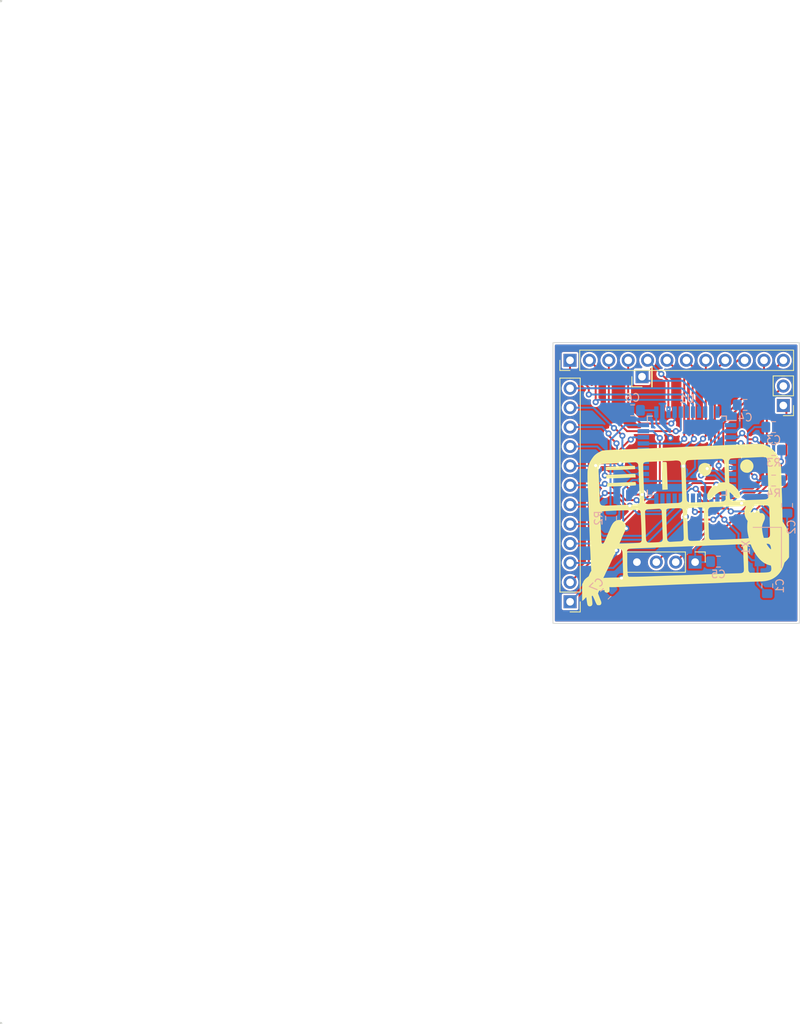
<source format=kicad_pcb>
(kicad_pcb (version 20211014) (generator pcbnew)
  (layers (0 "F.Cu" signal) (31 "B.Cu" signal) (34 "B.Paste" user) (35 "F.Paste" user) (36 "B.SilkS" user "B.Silkscreen") (37 "F.SilkS" user "F.Silkscreen") (38 "B.Mask" user) (39 "F.Mask" user) (44 "Edge.Cuts" user))
  (net 0 "")
  (net 1 "GND")
  (net 2 "VCC")
  (net 3 "/col0")
  (net 4 "/col1")
  (net 5 "/col2")
  (net 6 "/col3")
  (net 7 "/col4")
  (net 8 "/col5")
  (net 9 "/col6")
  (net 10 "/col7")
  (net 11 "/col8")
  (net 12 "/col9")
  (net 13 "/col10")
  (net 14 "/col11")
  (net 15 "/col12")
  (net 16 "/col13")
  (net 17 "/col14")
  (net 18 "/col15")
  (net 19 "/row0")
  (net 20 "/row1")
  (net 21 "/row2")
  (net 22 "/row3")
  (net 23 "/row4")
  (net 24 "/row5")
  (net 25 "/row6")
  (net 26 "Net-(C1-Pad1)")
  (net 27 "Net-(C2-Pad1)")
  (net 28 "Net-(R1-Pad1)")
  (net 29 "Net-(R2-Pad1)")
  (net 30 "Net-(R3-Pad1)")
  (net 31 "Net-(R4-Pad1)")
  (net 32 "Net-(USB1-Pad2)")
  (net 33 "Net-(USB1-Pad3)")
  (net 34 "Net-(C3-Pad1)")
  (net 35 "Net-(U1-Pad1)")
  (net 36 "Net-(U1-Pad7)")
  (net 37 "Net-(U1-Pad42)")
  (net 38 "Net-(U1-Pad43)")
  (net 39 "Net-(U1-Pad44)")
  (footprint "Connector_PinHeader_2.54mm:PinHeader_1x04_P2.54mm_Vertical" (layer "F.Cu") (at 231.04 216.941104 -90)
    (fp_text reference "*" hide)
    (fp_text value "'")
  )
  (footprint "Connector_PinHeader_2.54mm:PinHeader_1x01_P2.54mm_Vertical" (layer "F.Cu") (at 224.09 192.673604 90)
    (fp_text reference "*" hide)
    (fp_text value "'")
  )
  (footprint "Connector_PinHeader_2.54mm:PinHeader_1x02_P2.54mm_Vertical" (layer "F.Cu") (at 242.59 196.443604 180)
    (fp_text reference "*" hide)
    (fp_text value "")
  )
  (footprint "Connector_PinHeader_2.54mm:PinHeader_1x12_P2.54mm_Vertical" (layer "F.Cu") (at 214.66 190.531104 90)
    (fp_text reference "*" hide)
    (fp_text value "1" hide)
  )
  (footprint "Connector_PinHeader_2.54mm:PinHeader_1x12_P2.54mm_Vertical" (layer "F.Cu") (at 214.67 222.131104 180)
    (fp_text reference "*" hide)
    (fp_text value "'")
  )
  (footprint "Capacitor_SMD:C_0805_2012Metric_Pad1.15x1.40mm_HandSolder" (layer "B.Cu") (at 219.334784 221.095216 -135)
    (fp_text reference "C7")
    (fp_text value "22pF")
  )
  (footprint "Capacitor_SMD:C_0805_2012Metric_Pad1.15x1.40mm_HandSolder" (layer "B.Cu") (at 240.49 220.041104 90)
    (fp_text reference "C1")
    (fp_text value "22pF")
  )
  (footprint "Capacitor_SMD:C_0805_2012Metric_Pad1.15x1.40mm_HandSolder" (layer "B.Cu") (at 243.08 209.52 90)
    (fp_text reference "C2")
    (fp_text value "22pF")
  )
  (footprint "Capacitor_SMD:C_0805_2012Metric_Pad1.15x1.40mm_HandSolder" (layer "B.Cu") (at 237.58 196.367354)
    (fp_text reference "C4")
    (fp_text value "22pF")
  )
  (footprint "Resistor_SMD:R_0805_2012Metric_Pad1.15x1.40mm_HandSolder" (layer "B.Cu") (at 220.04 211.181104 -90)
    (fp_text reference "R2")
    (fp_text value "10k")
  )
  (footprint "Capacitor_SMD:C_0805_2012Metric_Pad1.15x1.40mm_HandSolder" (layer "B.Cu") (at 241.32 199.271104)
    (fp_text reference "C3")
    (fp_text value "22pF")
  )
  (footprint "Resistor_SMD:R_0805_2012Metric_Pad1.15x1.40mm_HandSolder" (layer "B.Cu") (at 241.32 206.271104)
    (fp_text reference "R4")
    (fp_text value "22")
  )
  (footprint "Package_QFP:TQFP-44_10x10mm_P0.8mm" (layer "B.Cu") (at 229.96 203.011104 180)
    (fp_text reference "U1")
    (fp_text value "ATMEGA32U4")
  )
  (footprint "Capacitor_SMD:C_0805_2012Metric_Pad1.15x1.40mm_HandSolder" (layer "B.Cu") (at 234.09 216.877354)
    (fp_text reference "C5")
    (fp_text value "22pF")
  )
  (footprint "Capacitor_SMD:C_0805_2012Metric_Pad1.15x1.40mm_HandSolder" (layer "B.Cu") (at 222.86 197.077354 180)
    (fp_text reference "C6")
    (fp_text value "22pF")
  )
  (footprint "Resistor_SMD:R_0805_2012Metric_Pad1.15x1.40mm_HandSolder" (layer "B.Cu") (at 241.32 202.271104)
    (fp_text reference "R3")
    (fp_text value "22")
  )
  (footprint "Crystal:Crystal_SMD_5032-4Pin_5.0x3.2mm" (layer "B.Cu") (at 240.49 215.041104 -90)
    (fp_text reference "X1")
    (fp_text value "XTAL_GND")
  )
  (gr_poly (pts (xy 239.305104 201.475269) (xy 239.887187 201.483208) (xy 240.138543 201.583749) (xy 240.249978 201.630145) (xy 240.356328 201.677227) (xy 240.457965 201.725247) (xy 240.555261 201.774456) (xy 240.648588 201.825107) (xy 240.738319 201.877452) (xy 240.824826 201.931743) (xy 240.908479 201.988231) (xy 240.989653 202.047169) (xy 241.068718 202.108808) (xy 241.146046 202.1734) (xy 241.222011 202.241198) (xy 241.296983 202.312452) (xy 241.371335 202.387416) (xy 241.445439 202.466341) (xy 241.519667 202.549479) (xy 241.555091 202.591796) (xy 241.591229 202.636502) (xy 241.627056 202.682261) (xy 241.66155 202.727742) (xy 241.693688 202.77161) (xy 241.722446 202.812532) (xy 241.746801 202.849176) (xy 241.757008 202.865477) (xy 241.765731 202.880208) (xy 241.843451 203.019776) (xy 241.927127 203.171249) (xy 241.95238 203.219565) (xy 241.97747 203.272023) (xy 242.002296 203.328304) (xy 242.026759 203.388084) (xy 242.074187 203.516856) (xy 242.118949 203.655768) (xy 242.160238 203.802245) (xy 242.197249 203.953714) (xy 242.229174 204.107601) (xy 242.255208 204.261333) (xy 242.270799 204.377445) (xy 242.284189 204.50661) (xy 242.295904 204.659401) (xy 242.306472 204.846393) (xy 242.326275 205.365265) (xy 242.347814 206.147812) (xy 242.37791 207.284197) (xy 242.389858 207.678509) (xy 242.398085 207.880833) (xy 242.404864 208.010851) (xy 242.412636 208.208585) (xy 242.420408 208.447496) (xy 242.427188 208.701041) (xy 242.466876 210.288542) (xy 242.477707 210.682895) (xy 242.486058 211.034336) (xy 242.491433 211.303921) (xy 242.493334 211.452708) (xy 242.493779 211.512952) (xy 242.494555 211.538319) (xy 242.495898 211.561104) (xy 242.497953 211.58175) (xy 242.500869 211.600699) (xy 242.504792 211.618391) (xy 242.507178 211.626905) (xy 242.509871 211.63527) (xy 242.512889 211.643542) (xy 242.516252 211.651777) (xy 242.524082 211.668353) (xy 242.533509 211.685442) (xy 242.54468 211.703483) (xy 242.557742 211.72292) (xy 242.572844 211.744194) (xy 242.609751 211.794021) (xy 242.658199 211.860725) (xy 242.70712 211.931522) (xy 242.805295 212.083409) (xy 242.902105 212.245714) (xy 242.995381 212.414468) (xy 243.082952 212.585703) (xy 243.162648 212.75545) (xy 243.232297 212.91974) (xy 243.262677 212.998598) (xy 243.289731 213.074604) (xy 243.305564 213.127381) (xy 243.317677 213.193211) (xy 243.326565 213.288125) (xy 243.332725 213.428153) (xy 243.338843 213.907669) (xy 243.34 214.76) (xy 243.34 216.302521) (xy 243.236814 216.455978) (xy 243.224996 216.473127) (xy 243.211476 216.491718) (xy 243.179969 216.532542) (xy 243.143563 216.577088) (xy 243.103529 216.623989) (xy 243.061139 216.671883) (xy 243.017664 216.719405) (xy 242.974375 216.76519) (xy 242.932543 216.807876) (xy 242.911972 216.827698) (xy 242.891998 216.847392) (xy 242.872721 216.866831) (xy 242.854243 216.885886) (xy 242.836664 216.904429) (xy 242.820084 216.922333) (xy 242.804606 216.93947) (xy 242.790329 216.955711) (xy 242.777354 216.970929) (xy 242.765782 216.984996) (xy 242.755714 216.997784) (xy 242.747251 217.009165) (xy 242.740493 217.019011) (xy 242.735541 217.027194) (xy 242.732496 217.033587) (xy 242.73172 217.036072) (xy 242.731459 217.038061) (xy 242.729293 217.052334) (xy 242.723067 217.078328) (xy 242.713181 217.114615) (xy 242.70004 217.15977) (xy 242.665603 217.270978) (xy 242.62298 217.400541) (xy 242.580341 217.520625) (xy 242.532892 217.638655) (xy 242.480785 217.754438) (xy 242.42417 217.867778) (xy 242.363199 217.978483) (xy 242.298023 218.086359) (xy 242.228792 218.191212) (xy 242.155659 218.292848) (xy 242.078774 218.391074) (xy 241.998289 218.485695) (xy 241.914354 218.576517) (xy 241.827121 218.663348) (xy 241.736741 218.745993) (xy 241.643365 218.824259) (xy 241.547145 218.897951) (xy 241.44823 218.966876) (xy 241.338185 219.037729) (xy 241.286211 219.069317) (xy 241.235613 219.098629) (xy 241.185898 219.12588) (xy 241.136575 219.151282) (xy 241.087151 219.175049) (xy 241.037134 219.197393) (xy 240.986031 219.218528) (xy 240.933352 219.238667) (xy 240.878603 219.258023) (xy 240.821291 219.27681) (xy 240.697015 219.313526) (xy 240.556584 219.350521) (xy 240.417198 219.383144) (xy 240.275424 219.410093) (xy 240.123169 219.432143) (xy 239.952342 219.45007) (xy 239.75485 219.464648) (xy 239.522601 219.476652) (xy 239.247501 219.486858) (xy 238.921459 219.496041) (xy 238.628681 219.503731) (xy 238.311595 219.513901) (xy 237.757293 219.535729) (xy 237.101456 219.561196) (xy 236.249168 219.588645) (xy 235.827571 219.600262) (xy 235.412423 219.614111) (xy 235.051845 219.628457) (xy 234.793959 219.641562) (xy 233.949938 219.68125) (xy 231.804167 219.760624) (xy 229.64649 219.839008) (xy 228.57625 219.879686) (xy 227.332709 219.932604) (xy 226.616681 219.963693) (xy 225.692292 219.998751) (xy 224.702089 220.037444) (xy 223.826979 220.078125) (xy 223.06068 220.114175) (xy 222.332083 220.144271) (xy 221.646482 220.17106) (xy 220.982709 220.199832) (xy 220.710312 220.210168) (xy 220.448581 220.217031) (xy 220.227034 220.219925) (xy 220.140553 220.219728) (xy 220.075188 220.218354) (xy 219.815896 220.210416) (xy 219.831771 220.461769) (xy 219.834751 220.515973) (xy 219.836634 220.564755) (xy 219.837253 220.608522) (xy 219.837037 220.628652) (xy 219.836443 220.647681) (xy 219.835449 220.665659) (xy 219.834035 220.682638) (xy 219.832181 220.698668) (xy 219.829864 220.713801) (xy 219.827065 220.728087) (xy 219.823763 220.741576) (xy 219.819937 220.754321) (xy 219.815565 220.766371) (xy 219.810628 220.777778) (xy 219.805104 220.788593) (xy 219.798973 220.798866) (xy 219.792213 220.808648) (xy 219.784804 220.81799) (xy 219.776725 220.826943) (xy 219.767955 220.835558) (xy 219.758473 220.843886) (xy 219.748259 220.851977) (xy 219.737292 220.859883) (xy 219.72555 220.867654) (xy 219.713014 220.875341) (xy 219.685472 220.890668) (xy 219.6545 220.906269) (xy 219.613748 220.926279) (xy 219.596539 220.934222) (xy 219.580996 220.940831) (xy 219.566786 220.946138) (xy 219.553576 220.950174) (xy 219.547242 220.951725) (xy 219.541033 220.95297) (xy 219.534907 220.953913) (xy 219.528823 220.954557) (xy 219.522739 220.954906) (xy 219.516614 220.954965) (xy 219.510404 220.954737) (xy 219.50407 220.954226) (xy 219.490861 220.952371) (xy 219.476651 220.94943) (xy 219.461108 220.945436) (xy 219.443898 220.940418) (xy 219.403146 220.927436) (xy 219.372339 220.916595) (xy 219.344333 220.905815) (xy 219.319018 220.894974) (xy 219.296279 220.883946) (xy 219.285842 220.878324) (xy 219.276006 220.872608) (xy 219.266759 220.866785) (xy 219.258085 220.860837) (xy 219.249972 220.854749) (xy 219.242405 220.848507) (xy 219.235369 220.842094) (xy 219.228852 220.835494) (xy 219.222838 220.828694) (xy 219.217315 220.821676) (xy 219.212266 220.814426) (xy 219.20768 220.806928) (xy 219.203541 220.799166) (xy 219.199836 220.791125) (xy 219.196551 220.78279) (xy 219.193671 220.774144) (xy 219.191182 220.765173) (xy 219.189071 220.755861) (xy 219.187323 220.746192) (xy 219.185924 220.736152) (xy 219.184119 220.714892) (xy 219.183542 220.691958) (xy 219.183469 220.675106) (xy 219.183206 220.660208) (xy 219.182687 220.647169) (xy 219.181847 220.635899) (xy 219.181286 220.630897) (xy 219.180619 220.626302) (xy 219.179839 220.622103) (xy 219.178938 220.618287) (xy 219.177906 220.614844) (xy 219.176737 220.61176) (xy 219.175421 220.609026) (xy 219.173951 220.606629) (xy 219.172318 220.604557) (xy 219.170514 220.6028) (xy 219.168531 220.601345) (xy 219.16636 220.60018) (xy 219.163993 220.599294) (xy 219.161423 220.598676) (xy 219.15864 220.598314) (xy 219.155637 220.598196) (xy 219.152405 220.59831) (xy 219.148936 220.598646) (xy 219.145223 220.59919) (xy 219.141255 220.599933) (xy 219.132528 220.601964) (xy 219.122688 220.604647) (xy 219.087729 220.611943) (xy 219.024089 220.621347) (xy 218.843883 220.64301) (xy 218.648298 220.662688) (xy 218.565435 220.669613) (xy 218.503563 220.673437) (xy 218.501983 220.673675) (xy 218.500224 220.674383) (xy 218.496199 220.677163) (xy 218.491546 220.681686) (xy 218.486324 220.687865) (xy 218.48059 220.695609) (xy 218.474402 220.70483) (xy 218.467819 220.715439) (xy 218.460899 220.727346) (xy 218.44628 220.754698) (xy 218.431009 220.786174) (xy 218.415553 220.821061) (xy 218.400375 220.858646) (xy 218.328938 221.043855) (xy 218.482396 221.446021) (xy 218.608404 221.774765) (xy 218.660618 221.908132) (xy 218.696709 221.996353) (xy 218.713886 222.038595) (xy 218.728712 222.079046) (xy 218.741188 222.117777) (xy 218.75132 222.154856) (xy 218.759111 222.190354) (xy 218.764565 222.22434) (xy 218.766417 222.240789) (xy 218.767686 222.256885) (xy 218.768372 222.272638) (xy 218.768477 222.288058) (xy 218.768 222.303151) (xy 218.766943 222.317928) (xy 218.765305 222.332396) (xy 218.763087 222.346566) (xy 218.76029 222.360444) (xy 218.756914 222.374041) (xy 218.752959 222.387364) (xy 218.748427 222.400423) (xy 218.743317 222.413226) (xy 218.737629 222.425782) (xy 218.731366 222.438099) (xy 218.724526 222.450187) (xy 218.717111 222.462054) (xy 218.709121 222.473709) (xy 218.700556 222.48516) (xy 218.691417 222.496417) (xy 218.680017 222.509982) (xy 218.669418 222.52197) (xy 218.659309 222.532478) (xy 218.649373 222.541602) (xy 218.639298 222.549439) (xy 218.62877 222.556087) (xy 218.617474 222.561641) (xy 218.605097 222.5662) (xy 218.591324 222.569859) (xy 218.575843 222.572716) (xy 218.558338 222.574868) (xy 218.538496 222.576411) (xy 218.516003 222.577442) (xy 218.490546 222.578059) (xy 218.429479 222.578437) (xy 218.397151 222.57836) (xy 218.368419 222.57807) (xy 218.342973 222.577477) (xy 218.320504 222.576493) (xy 218.310289 222.575827) (xy 218.300702 222.575029) (xy 218.291704 222.574089) (xy 218.283256 222.572995) (xy 218.27532 222.571736) (xy 218.267856 222.570302) (xy 218.260827 222.56868) (xy 218.254193 222.566861) (xy 218.247916 222.564832) (xy 218.241956 222.562583) (xy 218.236276 222.560102) (xy 218.230835 222.557378) (xy 218.225597 222.554401) (xy 218.220521 222.551158) (xy 218.215569 222.547639) (xy 218.210702 222.543833) (xy 218.205882 222.539729) (xy 218.20107 222.535315) (xy 218.196226 222.53058) (xy 218.191313 222.525514) (xy 218.181123 222.514341) (xy 218.170188 222.501706) (xy 218.154111 222.478215) (xy 218.132361 222.44077) (xy 218.105959 222.391295) (xy 218.07593 222.331713) (xy 218.043296 222.263944) (xy 218.009081 222.189913) (xy 217.974308 222.11154) (xy 217.94 222.03075) (xy 217.871948 221.870951) (xy 217.810809 221.731151) (xy 217.756802 221.611752) (xy 217.732541 221.55983) (xy 217.710144 221.513159) (xy 217.689638 221.47179) (xy 217.67105 221.435774) (xy 217.654409 221.40516) (xy 217.63974 221.379999) (xy 217.62707 221.360342) (xy 217.616428 221.346239) (xy 217.611876 221.341286) (xy 217.60784 221.33774) (xy 217.604325 221.335608) (xy 217.601334 221.334896) (xy 217.598702 221.335078) (xy 217.595784 221.335609) (xy 217.592602 221.336466) (xy 217.589179 221.337625) (xy 217.58554 221.339062) (xy 217.581707 221.340756) (xy 217.577703 221.342682) (xy 217.573552 221.344818) (xy 217.564902 221.349623) (xy 217.555941 221.354987) (xy 217.546856 221.360724) (xy 217.537834 221.366647) (xy 217.531324 221.37274) (xy 217.525695 221.379426) (xy 217.520957 221.387174) (xy 217.517122 221.396453) (xy 217.514201 221.407732) (xy 217.512207 221.421479) (xy 217.511151 221.438165) (xy 217.511045 221.458257) (xy 217.513727 221.510538) (xy 217.520346 221.582074) (xy 217.530997 221.676615) (xy 217.545771 221.797915) (xy 217.556933 221.891325) (xy 217.566602 221.976421) (xy 217.574775 222.053697) (xy 217.581449 222.123643) (xy 217.586618 222.186752) (xy 217.59028 222.243517) (xy 217.592431 222.294429) (xy 217.593066 222.339981) (xy 217.592181 222.380665) (xy 217.589774 222.416974) (xy 217.585839 222.449399) (xy 217.583298 222.464309) (xy 217.580374 222.478433) (xy 217.577066 222.491832) (xy 217.573374 222.504567) (xy 217.569297 222.516701) (xy 217.564835 222.528295) (xy 217.559987 222.53941) (xy 217.554753 222.550108) (xy 217.543125 222.570499) (xy 217.531784 222.588559) (xy 217.520481 222.605097) (xy 217.509069 222.6202) (xy 217.497402 222.633959) (xy 217.485332 222.646461) (xy 217.472711 222.657797) (xy 217.459393 222.668056) (xy 217.445229 222.677326) (xy 217.430074 222.685697) (xy 217.413779 222.693258) (xy 217.396198 222.700098) (xy 217.377182 222.706306) (xy 217.356585 222.711971) (xy 217.33426 222.717183) (xy 217.310058 222.722031) (xy 217.283834 222.726603) (xy 217.270472 222.728535) (xy 217.257184 222.729869) (xy 217.243981 222.730613) (xy 217.230876 222.730774) (xy 217.217878 222.730359) (xy 217.205001 222.729377) (xy 217.192256 222.727833) (xy 217.179654 222.725735) (xy 217.167207 222.723091) (xy 217.154927 222.719908) (xy 217.142825 222.716193) (xy 217.130913 222.711953) (xy 217.119202 222.707196) (xy 217.107705 222.701929) (xy 217.096432 222.696159) (xy 217.085396 222.689893) (xy 217.074608 222.683139) (xy 217.06408 222.675903) (xy 217.053823 222.668194) (xy 217.043848 222.660019) (xy 217.034169 222.651384) (xy 217.024795 222.642297) (xy 217.01574 222.632765) (xy 217.007013 222.622796) (xy 216.998628 222.612397) (xy 216.990596 222.601574) (xy 216.982928 222.590336) (xy 216.975635 222.57869) (xy 216.968731 222.566642) (xy 216.962225 222.554201) (xy 216.956131 222.541372) (xy 216.950459 222.528165) (xy 216.941591 222.49826) (xy 216.931111 222.453628) (xy 216.919391 222.396407) (xy 216.906802 222.328737) (xy 216.880509 222.170607) (xy 216.855209 221.996353) (xy 216.844222 221.909847) (xy 216.833298 221.828177) (xy 216.822746 221.753205) (xy 216.812875 221.68679) (xy 216.803997 221.630794) (xy 216.796422 221.587076) (xy 216.790458 221.557496) (xy 216.788178 221.54859) (xy 216.786417 221.543916) (xy 216.785565 221.542814) (xy 216.784504 221.541987) (xy 216.783238 221.54143) (xy 216.781776 221.541136) (xy 216.780125 221.541103) (xy 216.77829 221.541324) (xy 216.776278 221.541795) (xy 216.774097 221.542511) (xy 216.769254 221.54466) (xy 216.763814 221.547731) (xy 216.757831 221.551685) (xy 216.75136 221.556485) (xy 216.744454 221.56209) (xy 216.737169 221.568463) (xy 216.729559 221.575565) (xy 216.721677 221.583356) (xy 216.713578 221.591799) (xy 216.705316 221.600854) (xy 216.696946 221.610483) (xy 216.688521 221.620646) (xy 216.657241 221.657477) (xy 216.626923 221.692549) (xy 216.597597 221.725838) (xy 216.569293 221.75732) (xy 216.542044 221.786974) (xy 216.515881 221.814774) (xy 216.490833 221.840699) (xy 216.466933 221.864725) (xy 216.444211 221.886828) (xy 216.422698 221.906985) (xy 216.402425 221.925174) (xy 216.383424 221.941371) (xy 216.365724 221.955552) (xy 216.349358 221.967694) (xy 216.334357 221.977775) (xy 216.32075 221.98577) (xy 216.246667 222.025458) (xy 216.246667 220.903626) (xy 216.246879 220.543115) (xy 216.247243 220.395976) (xy 216.247866 220.268832) (xy 216.248815 220.160121) (xy 216.249432 220.112189) (xy 216.250155 220.068281) (xy 216.250993 220.028199) (xy 216.251953 219.99175) (xy 216.253044 219.958737) (xy 216.254274 219.928966) (xy 216.255651 219.902241) (xy 216.257184 219.878367) (xy 216.25888 219.85715) (xy 216.260749 219.838392) (xy 216.262798 219.821901) (xy 216.265035 219.807479) (xy 216.267469 219.794932) (xy 216.270107 219.784065) (xy 216.272959 219.774682) (xy 216.276033 219.766588) (xy 216.279336 219.759589) (xy 216.282877 219.753488) (xy 216.286664 219.74809) (xy 216.290705 219.743201) (xy 216.295009 219.738624) (xy 216.299584 219.734165) (xy 216.305126 219.728752) (xy 216.310808 219.722482) (xy 216.316583 219.715429) (xy 216.322404 219.707667) (xy 216.328225 219.699269) (xy 216.334 219.690309) (xy 216.339682 219.680861) (xy 216.345224 219.670998) (xy 216.350581 219.660793) (xy 216.355704 219.650322) (xy 216.360549 219.639657) (xy 216.365068 219.628871) (xy 216.369215 219.618039) (xy 216.372944 219.607235) (xy 216.376207 219.596531) (xy 216.378959 219.586001) (xy 216.390386 219.549836) (xy 216.404766 219.512853) (xy 216.422014 219.475164) (xy 216.442045 219.436883) (xy 216.464774 219.398121) (xy 216.490115 219.358991) (xy 216.517982 219.319605) (xy 216.548292 219.280076) (xy 216.580958 219.240515) (xy 216.615895 219.201036) (xy 216.653018 219.161751) (xy 216.692242 219.122773) (xy 216.733481 219.084212) (xy 216.77665 219.046183) (xy 216.817985 219.011853) (xy 219.022146 219.011853) (xy 219.25498 218.998624) (xy 219.417946 218.990273) (xy 219.687573 218.981426) (xy 220.39798 218.96423) (xy 220.681363 218.957791) (xy 220.798525 218.954823) (xy 220.900936 218.95191) (xy 220.989798 218.948966) (xy 221.066311 218.945905) (xy 221.131678 218.942643) (xy 221.1871 218.939094) (xy 221.233778 218.935173) (xy 221.272913 218.930795) (xy 221.290029 218.928407) (xy 221.305709 218.925874) (xy 221.320104 218.923183) (xy 221.333365 218.920325) (xy 221.345641 218.917288) (xy 221.357083 218.914063) (xy 221.367841 218.910638) (xy 221.378065 218.907002) (xy 221.397512 218.899058) (xy 221.416626 218.890145) (xy 221.449867 218.872501) (xy 221.479283 218.854778) (xy 221.50508 218.836219) (xy 221.527461 218.816062) (xy 221.546634 218.79355) (xy 221.562803 218.767921) (xy 221.576173 218.738416) (xy 221.586951 218.704276) (xy 221.595341 218.664741) (xy 221.60155 218.619051) (xy 221.605781 218.566447) (xy 221.608242 218.506169) (xy 221.609136 218.437457) (xy 221.608671 218.359553) (xy 221.60448 218.173125) (xy 221.562147 216.625312) (xy 221.553951 216.285601) (xy 221.550252 216.145958) (xy 221.546685 216.02446) (xy 221.543149 215.919612) (xy 221.539543 215.829919) (xy 221.535767 215.753884) (xy 221.533773 215.722421) (xy 222.108842 215.722421) (xy 222.111529 215.952195) (xy 222.120417 216.254895) (xy 222.173334 217.736563) (xy 222.18369 218.018617) (xy 222.188658 218.136857) (xy 222.193674 218.241296) (xy 222.198875 218.332976) (xy 222.204402 218.412939) (xy 222.210394 218.482229) (xy 222.21699 218.541887) (xy 222.220559 218.56843) (xy 222.224331 218.592957) (xy 222.228324 218.615597) (xy 222.232555 218.636481) (xy 222.237042 218.655738) (xy 222.241802 218.673501) (xy 222.246854 218.689898) (xy 222.252213 218.70506) (xy 222.257897 218.719118) (xy 222.263925 218.732201) (xy 222.270313 218.744441) (xy 222.277079 218.755966) (xy 222.284241 218.766909) (xy 222.291815 218.777398) (xy 222.299819 218.787565) (xy 222.308271 218.79754) (xy 222.363833 218.861041) (xy 223.027939 218.858397) (xy 223.577155 218.852527) (xy 224.274456 218.835246) (xy 225.117113 218.807051) (xy 226.102397 218.768437) (xy 227.503034 218.715851) (xy 229.568438 218.649375) (xy 230.770639 218.609687) (xy 231.76448 218.569999) (xy 232.619415 218.534942) (xy 233.484271 218.503855) (xy 233.838647 218.493188) (xy 234.156313 218.482026) (xy 234.402541 218.471856) (xy 234.542604 218.464167) (xy 234.707845 218.456436) (xy 235.019186 218.445976) (xy 235.902563 218.421833) (xy 236.26974 218.413642) (xy 236.553976 218.406412) (xy 236.668838 218.402916) (xy 236.76758 218.399369) (xy 236.851742 218.395674) (xy 236.922863 218.391736) (xy 236.98248 218.387457) (xy 237.032132 218.382739) (xy 237.073359 218.377487) (xy 237.091294 218.37463) (xy 237.107699 218.371603) (xy 237.122766 218.368394) (xy 237.13669 218.364991) (xy 237.14966 218.361381) (xy 237.161871 218.357553) (xy 237.184781 218.349192) (xy 237.206958 218.339813) (xy 237.239045 218.325342) (xy 237.267942 218.310487) (xy 237.293808 218.294926) (xy 237.316802 218.278339) (xy 237.337083 218.260403) (xy 237.346256 218.250828) (xy 237.35481 218.240796) (xy 237.362766 218.230266) (xy 237.370142 218.219197) (xy 237.376959 218.20755) (xy 237.383238 218.195284) (xy 237.394256 218.168736) (xy 237.403355 218.139231) (xy 237.410695 218.106447) (xy 237.416435 218.070062) (xy 237.420732 218.029755) (xy 237.423747 217.985204) (xy 237.425638 217.936087) (xy 237.426564 217.882083) (xy 237.416352 217.522043) (xy 237.390514 216.865091) (xy 237.320729 215.342083) (xy 237.315916 215.260668) (xy 237.310378 215.184992) (xy 237.304073 215.114905) (xy 237.296958 215.050256) (xy 237.288991 214.990893) (xy 237.285814 214.97146) (xy 237.907361 214.97146) (xy 237.908342 215.07456) (xy 237.910749 215.207146) (xy 237.916496 215.396033) (xy 237.924972 215.597074) (xy 237.934936 215.785714) (xy 237.945148 215.937396) (xy 237.955814 216.123017) (xy 237.966975 216.404385) (xy 237.977145 216.743299) (xy 237.984834 217.101562) (xy 237.988276 217.276528) (xy 237.992523 217.443619) (xy 237.997391 217.598927) (xy 238.002693 217.738546) (xy 238.008244 217.858569) (xy 238.013856 217.95509) (xy 238.019344 218.024202) (xy 238.021983 218.047259) (xy 238.024522 218.061998) (xy 238.027832 218.072712) (xy 238.031777 218.083956) (xy 238.036312 218.095642) (xy 238.041389 218.107681) (xy 238.046963 218.119983) (xy 238.052986 218.13246) (xy 238.059412 218.145022) (xy 238.066194 218.15758) (xy 238.073287 218.170045) (xy 238.080643 218.182328) (xy 238.088216 218.19434) (xy 238.09596 218.205991) (xy 238.103827 218.217192) (xy 238.111772 218.227855) (xy 238.119748 218.237889) (xy 238.127709 218.247207) (xy 238.204439 218.331875) (xy 239.138417 218.323935) (xy 239.404662 218.321633) (xy 239.642929 218.318541) (xy 239.854879 218.314425) (xy 240.042176 218.309054) (xy 240.206482 218.302194) (xy 240.280533 218.298133) (xy 240.349459 218.293613) (xy 240.41347 218.288604) (xy 240.472772 218.283079) (xy 240.527573 218.277006) (xy 240.578081 218.270359) (xy 240.624505 218.263106) (xy 240.667051 218.25522) (xy 240.705928 218.246671) (xy 240.741343 218.23743) (xy 240.773504 218.227469) (xy 240.80262 218.216757) (xy 240.828898 218.205266) (xy 240.852545 218.192968) (xy 240.873771 218.179832) (xy 240.892781 218.16583) (xy 240.909785 218.150932) (xy 240.924991 218.13511) (xy 240.938605 218.118335) (xy 240.950836 218.100577) (xy 240.961892 218.081808) (xy 240.97198 218.061998) (xy 240.981373 218.039919) (xy 240.9897 218.015464) (xy 240.996949 217.9888) (xy 241.00311 217.960093) (xy 241.00817 217.92951) (xy 241.012117 217.897218) (xy 241.01494 217.863384) (xy 241.016628 217.828174) (xy 241.017169 217.791754) (xy 241.01655 217.754292) (xy 241.014762 217.715954) (xy 241.011791 217.676907) (xy 241.007627 217.637317) (xy 241.002257 217.597351) (xy 240.99567 217.557175) (xy 240.987855 217.516957) (xy 240.982599 217.493463) (xy 240.977685 217.472495) (xy 240.973019 217.453915) (xy 240.968507 217.437582) (xy 240.96628 217.430216) (xy 240.964058 217.423359) (xy 240.961827 217.416994) (xy 240.959577 217.411103) (xy 240.957296 217.405671) (xy 240.954973 217.400678) (xy 240.952595 217.396107) (xy 240.950151 217.391942) (xy 240.94763 217.388164) (xy 240.94502 217.384756) (xy 240.942309 217.381701) (xy 240.939485 217.378981) (xy 240.936538 217.376579) (xy 240.933454 217.374478) (xy 240.930224 217.372659) (xy 240.926835 217.371106) (xy 240.923275 217.369801) (xy 240.919533 217.368726) (xy 240.915597 217.367865) (xy 240.911455 217.367199) (xy 240.907097 217.366712) (xy 240.90251 217.366385) (xy 240.892604 217.366145) (xy 240.871376 217.36493) (xy 240.845687 217.361385) (xy 240.815975 217.355663) (xy 240.782678 217.347913) (xy 240.707081 217.326938) (xy 240.622399 217.299669) (xy 240.532135 217.267314) (xy 240.439795 217.231084) (xy 240.348881 217.192187) (xy 240.262897 217.151834) (xy 240.183594 217.109611) (xy 240.104473 217.063343) (xy 240.025592 217.013074) (xy 239.94701 216.958853) (xy 239.868784 216.900724) (xy 239.790973 216.838736) (xy 239.713634 216.772933) (xy 239.636827 216.703364) (xy 239.560609 216.630074) (xy 239.485038 216.55311) (xy 239.410172 216.472518) (xy 239.33607 216.388345) (xy 239.26279 216.300637) (xy 239.190389 216.209441) (xy 239.118926 216.114803) (xy 239.048459 216.016771) (xy 238.965105 215.892623) (xy 238.87772 215.753841) (xy 238.789218 215.605633) (xy 238.702516 215.453208) (xy 238.620526 215.301775) (xy 238.546164 215.156544) (xy 238.482343 215.022723) (xy 238.43198 214.905521) (xy 238.323501 214.627708) (xy 238.217668 214.622416) (xy 238.195018 214.621335) (xy 238.17364 214.621088) (xy 238.153439 214.621701) (xy 238.134324 214.623201) (xy 238.116201 214.625617) (xy 238.107482 214.627176) (xy 238.098977 214.628974) (xy 238.090673 214.631014) (xy 238.082559 214.6333) (xy 238.074624 214.635834) (xy 238.066855 214.638622) (xy 238.059241 214.641665) (xy 238.05177 214.644967) (xy 238.044432 214.648532) (xy 238.037213 214.652362) (xy 238.030103 214.656463) (xy 238.02309 214.660836) (xy 238.009308 214.670413) (xy 237.995774 214.681122) (xy 237.982395 214.692991) (xy 237.969077 214.706045) (xy 237.955729 214.720312) (xy 237.946853 214.730576) (xy 237.939038 214.740905) (xy 237.932231 214.751862) (xy 237.926378 214.76401) (xy 237.921423 214.777909) (xy 237.917314 214.794121) (xy 237.913995 214.81321) (xy 237.911413 214.835737) (xy 237.909512 214.862263) (xy 237.908239 214.893351) (xy 237.907361 214.97146) (xy 237.285814 214.97146) (xy 237.280128 214.936666) (xy 237.270327 214.887423) (xy 237.265061 214.864623) (xy 237.259545 214.843013) (xy 237.253773 214.822573) (xy 237.24774 214.803284) (xy 237.241441 214.785129) (xy 237.23487 214.768087) (xy 237.228021 214.75214) (xy 237.220891 214.737269) (xy 237.213472 214.723455) (xy 237.20576 214.710679) (xy 237.19775 214.698923) (xy 237.189436 214.688167) (xy 237.180813 214.678393) (xy 237.171876 214.669581) (xy 237.162619 214.661713) (xy 237.153037 214.65477) (xy 237.143124 214.648733) (xy 237.132876 214.643583) (xy 237.092714 214.632426) (xy 237.028862 214.624772) (xy 236.936982 214.620654) (xy 236.812731 214.620101) (xy 236.651769 214.623145) (xy 236.449755 214.629816) (xy 235.905209 214.654166) (xy 235.28348 214.684635) (xy 234.749311 214.707414) (xy 234.197778 214.72672) (xy 233.523959 214.746771) (xy 233.16458 214.758552) (xy 232.861508 214.76959) (xy 232.646245 214.77914) (xy 232.581386 214.783124) (xy 232.550292 214.786458) (xy 232.459962 214.792659) (xy 232.260243 214.802333) (xy 231.650709 214.826146) (xy 230.469344 214.865171) (xy 229.740417 214.892292) (xy 229.29261 214.91015) (xy 228.642396 214.931978) (xy 226.998672 214.992172) (xy 225.25573 215.06427) (xy 223.615313 215.130417) (xy 223.193675 215.147862) (xy 222.827847 215.166796) (xy 222.678032 215.176046) (xy 222.556773 215.184738) (xy 222.468938 215.192562) (xy 222.419396 215.199207) (xy 222.390372 215.205845) (xy 222.362821 215.213863) (xy 222.336727 215.223276) (xy 222.312075 215.234099) (xy 222.288849 215.246349) (xy 222.267034 215.260041) (xy 222.25665 215.267432) (xy 222.246614 215.27519) (xy 222.236922 215.283315) (xy 222.227573 215.291811) (xy 222.218566 215.300679) (xy 222.209897 215.309921) (xy 222.201566 215.319539) (xy 222.19357 215.329535) (xy 222.178576 215.350668) (xy 222.1649 215.373336) (xy 222.152526 215.397554) (xy 222.141439 215.423338) (xy 222.131623 215.450703) (xy 222.123063 215.479665) (xy 222.116981 215.51341) (xy 222.112604 215.565076) (xy 222.109901 215.634726) (xy 222.108842 215.722421) (xy 221.533773 215.722421) (xy 221.531719 215.69001) (xy 221.5273 215.636803) (xy 221.524919 215.613731) (xy 221.522407 215.592765) (xy 221.519752 215.573718) (xy 221.516941 215.556402) (xy 221.513961 215.54063) (xy 221.5108 215.526216) (xy 221.507446 215.512973) (xy 221.503885 215.500713) (xy 221.500105 215.489249) (xy 221.496093 215.478395) (xy 221.487325 215.457767) (xy 221.477479 215.437332) (xy 221.471228 215.42485) (xy 221.464426 215.412259) (xy 221.457143 215.399637) (xy 221.44945 215.387062) (xy 221.441416 215.37461) (xy 221.43311 215.36236) (xy 221.424603 215.350389) (xy 221.415964 215.338775) (xy 221.407263 215.327595) (xy 221.39857 215.316926) (xy 221.389954 215.306847) (xy 221.381485 215.297434) (xy 221.373234 215.288765) (xy 221.365269 215.280918) (xy 221.357661 215.27397) (xy 221.35048 215.267999) (xy 221.341109 215.261734) (xy 221.330827 215.255829) (xy 221.319592 215.250274) (xy 221.307361 215.245055) (xy 221.294091 215.240162) (xy 221.27974 215.235583) (xy 221.264265 215.231306) (xy 221.247623 215.227319) (xy 221.229772 215.223612) (xy 221.210669 215.220172) (xy 221.168537 215.214049) (xy 221.120886 215.208855) (xy 221.067375 215.204499) (xy 220.855709 215.188624) (xy 220.683729 215.529937) (xy 220.519357 215.867942) (xy 220.43407 216.04637) (xy 220.360938 216.201979) (xy 220.229969 216.486075) (xy 220.130751 216.704687) (xy 220.047076 216.881957) (xy 220.001642 216.979274) (xy 219.961417 217.067164) (xy 219.943119 217.105979) (xy 219.926153 217.14253) (xy 219.910862 217.176042) (xy 219.897586 217.205741) (xy 219.886667 217.230851) (xy 219.878445 217.250597) (xy 219.873262 217.264203) (xy 219.871917 217.268462) (xy 219.871459 217.270896) (xy 219.869541 217.276229) (xy 219.864059 217.287763) (xy 219.844008 217.326458) (xy 219.814532 217.381028) (xy 219.778854 217.445521) (xy 219.760442 217.478878) (xy 219.743177 217.510963) (xy 219.727462 217.541003) (xy 219.713701 217.56822) (xy 219.702296 217.591841) (xy 219.69365 217.611091) (xy 219.690488 217.618834) (xy 219.688167 217.625193) (xy 219.686738 217.630072) (xy 219.68625 217.633374) (xy 219.684763 217.640653) (xy 219.680432 217.653285) (xy 219.664009 217.692946) (xy 219.638532 217.749041) (xy 219.605552 217.818251) (xy 219.566619 217.89726) (xy 219.523284 217.982748) (xy 219.477095 218.071399) (xy 219.429605 218.159896) (xy 219.413554 218.190503) (xy 219.397441 218.222196) (xy 219.381701 218.254075) (xy 219.366766 218.285242) (xy 219.353072 218.314795) (xy 219.341052 218.341838) (xy 219.33114 218.365469) (xy 219.323771 218.38479) (xy 219.315203 218.405993) (xy 219.301861 218.436839) (xy 219.263579 218.521382) (xy 219.214383 218.626265) (xy 219.159729 218.739333) (xy 219.022146 219.011853) (xy 216.817985 219.011853) (xy 216.821664 219.008797) (xy 216.868438 218.972167) (xy 217.103917 218.794896) (xy 217.201813 218.54354) (xy 217.222778 218.491947) (xy 217.245511 218.439362) (xy 217.269297 218.387272) (xy 217.293425 218.337167) (xy 217.31718 218.290534) (xy 217.339851 218.248862) (xy 217.350556 218.230351) (xy 217.360723 218.213639) (xy 217.370262 218.198911) (xy 217.379084 218.186354) (xy 217.387356 218.174925) (xy 217.395284 218.163503) (xy 217.402832 218.152158) (xy 217.409965 218.140961) (xy 217.416649 218.129981) (xy 217.422848 218.119288) (xy 217.428528 218.108951) (xy 217.433654 218.09904) (xy 217.438191 218.089626) (xy 217.442103 218.080778) (xy 217.445357 218.072565) (xy 217.447917 218.065058) (xy 217.449748 218.058325) (xy 217.450816 218.052438) (xy 217.451052 218.049833) (xy 217.451085 218.047465) (xy 217.45091 218.045344) (xy 217.450521 218.043477) (xy 217.44418 217.999889) (xy 217.435514 217.902133) (xy 217.41381 217.587403) (xy 217.390618 217.185857) (xy 217.371146 216.784062) (xy 217.331459 215.818333) (xy 217.319676 215.565325) (xy 217.308638 215.346051) (xy 217.299089 215.184325) (xy 217.295104 215.132483) (xy 217.291771 215.103958) (xy 217.286521 215.023425) (xy 217.279534 214.86451) (xy 217.272051 214.650032) (xy 217.269279 214.548332) (xy 240.403126 214.548332) (xy 240.404329 214.558086) (xy 240.407848 214.570363) (xy 240.421306 214.601792) (xy 240.442438 214.641228) (xy 240.470181 214.687281) (xy 240.503475 214.738557) (xy 240.541257 214.793667) (xy 240.582465 214.851218) (xy 240.626037 214.90982) (xy 240.670912 214.96808) (xy 240.716026 215.024609) (xy 240.760319 215.078013) (xy 240.802729 215.126902) (xy 240.842193 215.169885) (xy 240.877649 215.205569) (xy 240.908036 215.232564) (xy 240.920997 215.242369) (xy 240.932292 215.249479) (xy 240.941167 215.254043) (xy 240.948973 215.257711) (xy 240.955756 215.260333) (xy 240.961562 215.261757) (xy 240.964113 215.261973) (xy 240.966437 215.261833) (xy 240.968541 215.261317) (xy 240.970429 215.260408) (xy 240.972109 215.259086) (xy 240.973584 215.257333) (xy 240.974862 215.255129) (xy 240.975949 215.252455) (xy 240.976849 215.249293) (xy 240.977569 215.245624) (xy 240.978491 215.236689) (xy 240.978762 215.225498) (xy 240.978429 215.2119) (xy 240.977538 215.195744) (xy 240.976135 215.176879) (xy 240.97198 215.130417) (xy 240.966276 215.074266) (xy 240.959092 215.020914) (xy 240.950435 214.970368) (xy 240.945556 214.94615) (xy 240.940312 214.922636) (xy 240.934704 214.899827) (xy 240.928733 214.877725) (xy 240.922399 214.85633) (xy 240.915704 214.835644) (xy 240.908649 214.815667) (xy 240.901234 214.796399) (xy 240.89346 214.777844) (xy 240.885329 214.76) (xy 240.876841 214.742869) (xy 240.867998 214.726453) (xy 240.8588 214.710751) (xy 240.849249 214.695766) (xy 240.839344 214.681498) (xy 240.829088 214.667947) (xy 240.818482 214.655116) (xy 240.807525 214.643005) (xy 240.79622 214.631614) (xy 240.784567 214.620945) (xy 240.772567 214.610999) (xy 240.760221 214.601777) (xy 240.74753 214.59328) (xy 240.734495 214.585508) (xy 240.721117 214.578464) (xy 240.707397 214.572146) (xy 240.689591 214.565891) (xy 240.669254 214.560054) (xy 240.646894 214.554682) (xy 240.623019 214.549821) (xy 240.598136 214.545519) (xy 240.572753 214.541822) (xy 240.547378 214.538775) (xy 240.522519 214.536427) (xy 240.498682 214.534822) (xy 240.476377 214.534008) (xy 240.45611 214.534031) (xy 240.43839 214.534938) (xy 240.423724 214.536775) (xy 240.417694 214.538057) (xy 240.412619 214.539589) (xy 240.408561 214.541377) (xy 240.405584 214.543426) (xy 240.403751 214.545743) (xy 240.403126 214.548332) (xy 217.269279 214.548332) (xy 217.265313 214.402812) (xy 217.247453 213.792947) (xy 217.225625 213.198957) (xy 217.167748 211.781122) (xy 217.137048 210.910312) (xy 218.6385 210.910312) (xy 218.639534 211.057404) (xy 218.6428 211.233765) (xy 218.648546 211.417072) (xy 218.652427 211.504353) (xy 218.657021 211.584999) (xy 218.697701 212.435304) (xy 218.744334 213.529687) (xy 218.751094 213.690533) (xy 218.757609 213.833446) (xy 218.764071 213.959469) (xy 218.770668 214.069644) (xy 218.774077 214.119114) (xy 218.777591 214.165013) (xy 218.781234 214.207472) (xy 218.785029 214.24662) (xy 218.789001 214.282588) (xy 218.793172 214.315507) (xy 218.797568 214.345506) (xy 218.802211 214.372716) (xy 218.807126 214.397267) (xy 218.812335 214.41929) (xy 218.817864 214.438915) (xy 218.823735 214.456272) (xy 218.829972 214.471491) (xy 218.833235 214.47834) (xy 218.836599 214.484703) (xy 218.840066 214.490598) (xy 218.84364 214.496039) (xy 218.847323 214.501044) (xy 218.851118 214.505628) (xy 218.855029 214.509808) (xy 218.859057 214.513601) (xy 218.863208 214.517022) (xy 218.867482 214.520088) (xy 218.871883 214.522815) (xy 218.876415 214.525219) (xy 218.88108 214.527317) (xy 218.885881 214.529125) (xy 218.895902 214.531937) (xy 218.906504 214.533783) (xy 218.917709 214.534796) (xy 218.929542 214.535104) (xy 218.952248 214.533551) (xy 218.974144 214.528133) (xy 218.995846 214.517716) (xy 219.017971 214.501163) (xy 219.041134 214.47734) (xy 219.065952 214.44511) (xy 219.093042 214.403338) (xy 219.123019 214.350888) (xy 219.1941 214.209413) (xy 219.284125 214.011601) (xy 219.398025 213.748366) (xy 219.54073 213.410625) (xy 219.611547 213.243978) (xy 219.67269 213.103377) (xy 219.697542 213.047572) (xy 219.717463 213.003952) (xy 219.731617 212.974409) (xy 219.73627 212.965507) (xy 219.739167 212.960833) (xy 219.746148 212.949614) (xy 219.75682 212.928628) (xy 219.770653 212.899023) (xy 219.787123 212.861945) (xy 219.825859 212.769961) (xy 219.847073 212.717349) (xy 219.868813 212.661853) (xy 219.928718 212.5154) (xy 219.987638 212.380346) (xy 220.045953 212.256244) (xy 220.104044 212.14265) (xy 220.16229 212.039117) (xy 220.221071 211.945199) (xy 220.25078 211.901707) (xy 220.280766 211.860452) (xy 220.311075 211.821378) (xy 220.341756 211.784429) (xy 220.372855 211.74955) (xy 220.40442 211.716684) (xy 220.436498 211.685777) (xy 220.469138 211.656772) (xy 220.502386 211.629614) (xy 220.53629 211.604248) (xy 220.570898 211.580616) (xy 220.606256 211.558664) (xy 220.642413 211.538336) (xy 220.679416 211.519577) (xy 220.717312 211.50233) (xy 220.756149 211.486539) (xy 220.795974 211.47215) (xy 220.836835 211.459106) (xy 220.878779 211.447352) (xy 220.921854 211.436832) (xy 220.958816 211.42977) (xy 220.996224 211.424922) (xy 221.034002 211.422238) (xy 221.072067 211.42167) (xy 221.110343 211.423168) (xy 221.148748 211.426682) (xy 221.187203 211.432162) (xy 221.225629 211.439561) (xy 221.263947 211.448827) (xy 221.302077 211.459912) (xy 221.339939 211.472767) (xy 221.377455 211.487341) (xy 221.414544 211.503586) (xy 221.451127 211.521452) (xy 221.487125 211.540889) (xy 221.522459 211.561848) (xy 221.557048 211.584281) (xy 221.590814 211.608136) (xy 221.623676 211.633366) (xy 221.655557 211.65992) (xy 221.686375 211.687749) (xy 221.716052 211.716804) (xy 221.744508 211.747035) (xy 221.771663 211.778393) (xy 221.797439 211.810829) (xy 221.821756 211.844292) (xy 221.844534 211.878734) (xy 221.865694 211.914106) (xy 221.885156 211.950357) (xy 221.902842 211.987438) (xy 221.91867 212.025301) (xy 221.932563 212.063895) (xy 221.948064 212.115347) (xy 221.960825 212.166571) (xy 221.970834 212.217647) (xy 221.97808 212.268658) (xy 221.98255 212.319684) (xy 221.984234 212.370807) (xy 221.98312 212.422108) (xy 221.979196 212.473669) (xy 221.97245 212.525571) (xy 221.962871 212.577895) (xy 221.950448 212.630724) (xy 221.935168 212.684137) (xy 221.917019 212.738217) (xy 221.895992 212.793045) (xy 221.872073 212.848703) (xy 221.845251 212.905271) (xy 221.795879 213.007854) (xy 221.731066 213.147985) (xy 221.578683 213.487685) (xy 221.435229 213.817959) (xy 221.381578 213.946308) (xy 221.347834 214.032395) (xy 221.324311 214.090893) (xy 221.313092 214.118204) (xy 221.302524 214.143189) (xy 221.292824 214.165074) (xy 221.288368 214.174612) (xy 221.28421 214.183084) (xy 221.280377 214.190393) (xy 221.276898 214.196442) (xy 221.273798 214.201135) (xy 221.271105 214.204375) (xy 221.266076 214.212947) (xy 221.259157 214.226326) (xy 221.250687 214.24386) (xy 221.241008 214.264898) (xy 221.230461 214.288788) (xy 221.219387 214.314879) (xy 221.208126 214.342521) (xy 221.197021 214.371061) (xy 221.141458 214.508646) (xy 221.321376 214.508646) (xy 222.318193 214.479541) (xy 222.960717 214.455811) (xy 223.430105 214.434561) (xy 223.505039 214.430434) (xy 223.572426 214.425854) (xy 223.632784 214.420615) (xy 223.686626 214.414511) (xy 223.711265 214.411071) (xy 223.734469 214.407338) (xy 223.756301 214.403286) (xy 223.776827 214.398889) (xy 223.796111 214.394123) (xy 223.814217 214.38896) (xy 223.83121 214.383377) (xy 223.847154 214.377345) (xy 223.862113 214.370842) (xy 223.876153 214.363839) (xy 223.889337 214.356312) (xy 223.901729 214.348236) (xy 223.913395 214.339584) (xy 223.924399 214.330331) (xy 223.934805 214.320451) (xy 223.944678 214.309918) (xy 223.954081 214.298707) (xy 223.96308 214.286792) (xy 223.971739 214.274148) (xy 223.980123 214.260748) (xy 223.988295 214.246567) (xy 223.99632 214.23158) (xy 224.012188 214.199083) (xy 224.026978 214.16448) (xy 224.037737 214.121196) (xy 224.044651 214.058812) (xy 224.047907 213.966911) (xy 224.04769 213.835073) (xy 224.044186 213.652883) (xy 224.028063 213.095769) (xy 224.014503 212.663052) (xy 223.998959 212.231574) (xy 223.983414 211.851194) (xy 223.969854 211.57177) (xy 223.924876 210.685416) (xy 223.920377 210.612059) (xy 223.915672 210.546406) (xy 223.910557 210.487916) (xy 223.90588 210.445591) (xy 224.490826 210.445591) (xy 224.49282 210.538944) (xy 224.504313 210.817707) (xy 224.527464 211.484127) (xy 224.554584 212.37875) (xy 224.567689 212.816139) (xy 224.582034 213.224754) (xy 224.595884 213.558956) (xy 224.6075 213.773103) (xy 224.614978 213.878502) (xy 224.618552 213.922512) (xy 224.622177 213.961453) (xy 224.625972 213.995867) (xy 224.630057 214.026297) (xy 224.634554 214.053285) (xy 224.639581 214.077374) (xy 224.642332 214.088501) (xy 224.64526 214.099106) (xy 224.648381 214.109259) (xy 224.65171 214.119025) (xy 224.655261 214.128474) (xy 224.659051 214.137673) (xy 224.663093 214.146689) (xy 224.667404 214.155592) (xy 224.676888 214.173324) (xy 224.687625 214.191414) (xy 224.699733 214.210403) (xy 224.713333 214.230833) (xy 224.72244 214.243598) (xy 224.73186 214.256056) (xy 224.741536 214.26815) (xy 224.751409 214.279822) (xy 224.761422 214.291013) (xy 224.771516 214.301666) (xy 224.781634 214.311721) (xy 224.791717 214.321122) (xy 224.801707 214.329809) (xy 224.811545 214.337725) (xy 224.821174 214.344812) (xy 224.830536 214.351011) (xy 224.839572 214.356265) (xy 224.848225 214.360514) (xy 224.852389 214.362244) (xy 224.856436 214.363702) (xy 224.860357 214.364879) (xy 224.864147 214.365769) (xy 224.933279 214.371439) (xy 225.069447 214.372922) (xy 225.472688 214.36544) (xy 225.933476 214.347539) (xy 226.141577 214.335999) (xy 226.311417 214.323437) (xy 226.363006 214.318821) (xy 226.409856 214.313799) (xy 226.45231 214.308211) (xy 226.490714 214.301898) (xy 226.508505 214.29842) (xy 226.525413 214.294701) (xy 226.54148 214.290722) (xy 226.556751 214.286462) (xy 226.571268 214.281902) (xy 226.585074 214.277021) (xy 226.598213 214.271801) (xy 226.610727 214.26622) (xy 226.62266 214.26026) (xy 226.634054 214.2539) (xy 226.644954 214.247121) (xy 226.655401 214.239902) (xy 226.66544 214.232224) (xy 226.675113 214.224066) (xy 226.684463 214.21541) (xy 226.693533 214.206235) (xy 226.702368 214.196521) (xy 226.711008 214.186248) (xy 226.719499 214.175397) (xy 226.727883 214.163948) (xy 226.744501 214.139175) (xy 226.761209 214.11177) (xy 226.77774 214.080785) (xy 226.784306 214.063796) (xy 226.789776 214.04397) (xy 226.797532 213.990289) (xy 226.801227 213.908702) (xy 226.801077 213.788172) (xy 226.7973 213.61766) (xy 226.77973 213.08254) (xy 226.750956 212.273577) (xy 226.724167 211.651145) (xy 226.681834 210.711875) (xy 226.678268 210.619224) (xy 226.673648 210.529271) (xy 226.66816 210.444216) (xy 226.66199 210.366262) (xy 226.655324 210.29761) (xy 226.648348 210.240461) (xy 226.644802 210.216888) (xy 226.641248 210.197017) (xy 226.637709 210.181122) (xy 226.634209 210.169478) (xy 226.630837 210.159442) (xy 226.626706 210.149216) (xy 226.621861 210.138858) (xy 226.61635 210.128427) (xy 226.610218 210.11798) (xy 226.603513 210.107575) (xy 226.596281 210.097272) (xy 226.588568 210.087127) (xy 226.586668 210.084812) (xy 227.266563 210.084812) (xy 227.269209 210.677479) (xy 227.273508 210.974722) (xy 227.281777 211.346875) (xy 227.293021 211.746809) (xy 227.30625 212.127396) (xy 227.331251 212.810418) (xy 227.341422 213.082541) (xy 227.350485 213.313266) (xy 227.358773 213.506242) (xy 227.36273 213.589714) (xy 227.366618 213.665116) (xy 227.37048 213.732904) (xy 227.374356 213.793534) (xy 227.378288 213.847461) (xy 227.382318 213.895143) (xy 227.386487 213.937034) (xy 227.390838 213.973591) (xy 227.395411 214.005269) (xy 227.400249 214.032525) (xy 227.405394 214.055813) (xy 227.408094 214.066113) (xy 227.410886 214.075591) (xy 227.413775 214.084306) (xy 227.416767 214.092314) (xy 227.419867 214.099672) (xy 227.42308 214.106437) (xy 227.426411 214.112667) (xy 227.429866 214.118418) (xy 227.433449 214.123746) (xy 227.437166 214.12871) (xy 227.445022 214.137772) (xy 227.453476 214.146058) (xy 227.494105 214.180562) (xy 227.538169 214.218291) (xy 227.558548 214.233623) (xy 227.57873 214.246749) (xy 227.599392 214.257783) (xy 227.621213 214.266836) (xy 227.644871 214.27402) (xy 227.671045 214.27945) (xy 227.700412 214.283236) (xy 227.733651 214.28549) (xy 227.77144 214.286327) (xy 227.814457 214.285857) (xy 227.918891 214.281449) (xy 228.052376 214.273165) (xy 228.233078 214.260929) (xy 228.44429 214.248692) (xy 228.854063 214.228187) (xy 228.944711 214.224183) (xy 229.025603 214.219965) (xy 229.097403 214.215321) (xy 229.160773 214.210038) (xy 229.189504 214.20709) (xy 229.216376 214.203902) (xy 229.241472 214.200448) (xy 229.264875 214.1967) (xy 229.286668 214.192633) (xy 229.306933 214.188219) (xy 229.325753 214.183433) (xy 229.343212 214.178246) (xy 229.359391 214.172634) (xy 229.374374 214.166568) (xy 229.388244 214.160023) (xy 229.401084 214.152971) (xy 229.412976 214.145387) (xy 229.424003 214.137243) (xy 229.434248 214.128513) (xy 229.443794 214.11917) (xy 229.452724 214.109187) (xy 229.461121 214.098539) (xy 229.469067 214.087197) (xy 229.476645 214.075136) (xy 229.483939 214.06233) (xy 229.49103 214.04875) (xy 229.498002 214.034371) (xy 229.504938 214.019166) (xy 229.524028 213.975964) (xy 229.537598 213.929042) (xy 229.545587 213.853595) (xy 229.547933 213.724817) (xy 229.535448 213.208053) (xy 229.499646 212.180312) (xy 229.470542 211.366387) (xy 229.433501 210.494916) (xy 229.429819 210.423939) (xy 229.429527 210.419465) (xy 229.995989 210.419465) (xy 229.997259 210.510962) (xy 230.005 210.725104) (xy 230.034105 211.458331) (xy 230.071146 212.534854) (xy 230.084789 212.929636) (xy 230.096447 213.240423) (xy 230.106865 213.47847) (xy 230.111842 213.573734) (xy 230.116787 213.655033) (xy 230.121795 213.723775) (xy 230.126957 213.781366) (xy 230.132368 213.829214) (xy 230.13812 213.868725) (xy 230.144305 213.901306) (xy 230.151018 213.928365) (xy 230.158351 213.951307) (xy 230.166397 213.97154) (xy 230.181286 214.004345) (xy 230.196706 214.033433) (xy 230.213435 214.058994) (xy 230.232254 214.081218) (xy 230.25394 214.100295) (xy 230.279274 214.116415) (xy 230.309034 214.129768) (xy 230.343998 214.140543) (xy 230.384947 214.148931) (xy 230.432659 214.155121) (xy 230.487914 214.159304) (xy 230.551489 214.161668) (xy 230.624165 214.162405) (xy 230.70672 214.161704) (xy 230.904584 214.156748) (xy 231.110478 214.148521) (xy 231.314978 214.138062) (xy 231.511477 214.125867) (xy 231.693373 214.112431) (xy 231.854061 214.098251) (xy 231.986936 214.083824) (xy 232.085395 214.069644) (xy 232.119654 214.062802) (xy 232.142833 214.056209) (xy 232.149399 214.053243) (xy 232.156166 214.049351) (xy 232.163088 214.044599) (xy 232.170119 214.039052) (xy 232.177212 214.032777) (xy 232.18432 214.025838) (xy 232.191397 214.018303) (xy 232.198396 214.010237) (xy 232.205272 214.001706) (xy 232.211977 213.992775) (xy 232.218465 213.983511) (xy 232.224689 213.97398) (xy 232.230603 213.964248) (xy 232.236161 213.954379) (xy 232.241316 213.944441) (xy 232.246021 213.934499) (xy 232.26047 213.881546) (xy 232.269834 213.785713) (xy 232.273741 213.622472) (xy 232.271819 213.367299) (xy 232.248998 212.483054) (xy 232.198397 210.936771) (xy 232.192682 210.771746) (xy 232.187281 210.625999) (xy 232.18195 210.498158) (xy 232.176444 210.386851) (xy 232.17355 210.336969) (xy 232.17052 210.290705) (xy 232.167325 210.24789) (xy 232.163934 210.20835) (xy 232.162627 210.195193) (xy 232.738808 210.195193) (xy 232.740131 210.359978) (xy 232.746415 210.582311) (xy 232.756667 210.838874) (xy 232.787426 211.624686) (xy 232.820168 212.616874) (xy 232.830979 212.973845) (xy 232.840177 213.249146) (xy 232.844443 213.359949) (xy 232.848631 213.45487) (xy 232.852851 213.535419) (xy 232.857209 213.603108) (xy 232.861816 213.65945) (xy 232.86678 213.705955) (xy 232.869429 213.725991) (xy 232.872208 213.744135) (xy 232.875131 213.760575) (xy 232.87821 213.775501) (xy 232.88146 213.789101) (xy 232.884894 213.801565) (xy 232.888526 213.813081) (xy 232.892369 213.823839) (xy 232.896437 213.834027) (xy 232.900743 213.843834) (xy 232.910125 213.863061) (xy 232.925858 213.89211) (xy 232.941725 213.917849) (xy 232.958361 213.940441) (xy 232.976395 213.960048) (xy 232.996461 213.976834) (xy 233.019189 213.990961) (xy 233.045211 214.002592) (xy 233.075159 214.01189) (xy 233.109666 214.019018) (xy 233.149362 214.024138) (xy 233.194879 214.027413) (xy 233.246849 214.029006) (xy 233.305904 214.029079) (xy 233.372676 214.027796) (xy 233.531895 214.021812) (xy 234.992396 213.966249) (xy 235.956968 213.930117) (xy 236.682422 213.899442) (xy 237.226306 213.871744) (xy 237.646167 213.844541) (xy 237.712456 213.839756) (xy 237.771668 213.835281) (xy 237.824168 213.831054) (xy 237.870319 213.827013) (xy 237.891127 213.825043) (xy 237.910485 213.823096) (xy 237.928439 213.821164) (xy 237.945032 213.819241) (xy 237.960312 213.817317) (xy 237.974324 213.815386) (xy 237.987113 213.813439) (xy 237.998724 213.811468) (xy 238.009204 213.809467) (xy 238.018597 213.807427) (xy 238.02695 213.805341) (xy 238.034308 213.8032) (xy 238.040717 213.800997) (xy 238.046221 213.798725) (xy 238.048648 213.79756) (xy 238.050867 213.796375) (xy 238.052882 213.795168) (xy 238.0547 213.793939) (xy 238.056325 213.792687) (xy 238.057765 213.791411) (xy 238.059024 213.790109) (xy 238.060109 213.788782) (xy 238.061024 213.787427) (xy 238.061776 213.786044) (xy 238.06237 213.784632) (xy 238.062813 213.78319) (xy 238.063109 213.781717) (xy 238.063264 213.780212) (xy 238.063284 213.778674) (xy 238.063176 213.777103) (xy 238.062593 213.773853) (xy 238.061562 213.770457) (xy 238.04375 213.70473) (xy 238.021255 213.608772) (xy 237.96929 213.362006) (xy 237.919805 213.101846) (xy 237.900411 212.989145) (xy 237.886939 212.899977) (xy 237.874898 212.778703) (xy 237.866516 212.637709) (xy 237.861731 212.483817) (xy 237.86048 212.323848) (xy 237.862702 212.164622) (xy 237.868335 212.012962) (xy 237.877316 211.875689) (xy 237.889585 211.759624) (xy 237.918689 211.547957) (xy 237.820792 211.420957) (xy 237.785714 211.372464) (xy 237.752 211.320498) (xy 237.719775 211.265432) (xy 237.689161 211.207637) (xy 237.660285 211.147486) (xy 237.633268 211.08535) (xy 237.608236 211.021602) (xy 237.585312 210.956614) (xy 237.564621 210.890757) (xy 237.546286 210.824405) (xy 237.530432 210.757928) (xy 237.517182 210.6917) (xy 237.506661 210.626091) (xy 237.498992 210.561475) (xy 237.496999 210.534603) (xy 238.294396 210.534603) (xy 238.453147 210.404957) (xy 238.489973 210.376354) (xy 238.526998 210.349582) (xy 238.564169 210.324641) (xy 238.601438 210.301532) (xy 238.638753 210.280256) (xy 238.676064 210.260815) (xy 238.71332 210.243208) (xy 238.750473 210.227438) (xy 238.78747 210.213505) (xy 238.824261 210.20141) (xy 238.860797 210.191154) (xy 238.897027 210.182738) (xy 238.9329 210.176163) (xy 238.968366 210.17143) (xy 239.003375 210.16854) (xy 239.037876 210.167494) (xy 239.071819 210.168292) (xy 239.105153 210.170936) (xy 239.137829 210.175428) (xy 239.169795 210.181767) (xy 239.201002 210.189954) (xy 239.231399 210.199992) (xy 239.260935 210.21188) (xy 239.28956 210.225619) (xy 239.317225 210.241212) (xy 239.343877 210.258657) (xy 239.369468 210.277958) (xy 239.393947 210.299114) (xy 239.417262 210.322126) (xy 239.439365 210.346996) (xy 239.460204 210.373724) (xy 239.47973 210.402312) (xy 239.556458 210.526666) (xy 239.709916 210.526666) (xy 239.741549 210.527216) (xy 239.771117 210.52896) (xy 239.798847 210.532038) (xy 239.824969 210.536588) (xy 239.837498 210.539459) (xy 239.849711 210.54275) (xy 239.861636 210.54648) (xy 239.873302 210.550665) (xy 239.884738 210.555322) (xy 239.895971 210.56047) (xy 239.907031 210.566126) (xy 239.917946 210.572307) (xy 239.928744 210.57903) (xy 239.939456 210.586314) (xy 239.950107 210.594175) (xy 239.960729 210.602631) (xy 239.981994 210.621397) (xy 240.003481 210.642753) (xy 240.025417 210.666836) (xy 240.048031 210.693788) (xy 240.071553 210.723748) (xy 240.096209 210.756855) (xy 240.121758 210.792325) (xy 240.132253 210.8082) (xy 240.141353 210.82333) (xy 240.149151 210.838089) (xy 240.15574 210.852848) (xy 240.161212 210.867979) (xy 240.165662 210.883854) (xy 240.169181 210.900845) (xy 240.171863 210.919324) (xy 240.173801 210.939664) (xy 240.175088 210.962237) (xy 240.175817 210.987413) (xy 240.176081 211.015567) (xy 240.175585 211.082291) (xy 240.174965 211.14977) (xy 240.173911 211.179297) (xy 240.172113 211.206893) (xy 240.169384 211.233219) (xy 240.165539 211.258931) (xy 240.160392 211.284691) (xy 240.153757 211.311156) (xy 240.145447 211.338985) (xy 240.135277 211.368837) (xy 240.123061 211.401371) (xy 240.108612 211.437246) (xy 240.072272 211.521654) (xy 240.024771 211.627332) (xy 239.981678 211.724912) (xy 239.943577 211.815016) (xy 239.910313 211.898787) (xy 239.881731 211.977368) (xy 239.857675 212.051903) (xy 239.837992 212.123535) (xy 239.822525 212.193407) (xy 239.81112 212.262663) (xy 239.803622 212.332446) (xy 239.799875 212.4039) (xy 239.799725 212.478168) (xy 239.803017 212.556392) (xy 239.809595 212.639718) (xy 239.819305 212.729287) (xy 239.831991 212.826243) (xy 239.847499 212.93173) (xy 239.881813 213.142032) (xy 239.896706 213.225153) (xy 239.911662 213.300491) (xy 239.927857 213.373226) (xy 239.946472 213.448533) (xy 239.968682 213.531593) (xy 239.995668 213.627582) (xy 240.035356 213.767812) (xy 240.254959 213.767812) (xy 240.306666 213.767584) (xy 240.353837 213.766856) (xy 240.396776 213.765562) (xy 240.435786 213.763637) (xy 240.471167 213.761013) (xy 240.503224 213.757627) (xy 240.532257 213.75341) (xy 240.545734 213.750971) (xy 240.558569 213.748299) (xy 240.5708 213.745387) (xy 240.582463 213.742226) (xy 240.593598 213.738809) (xy 240.604241 213.735126) (xy 240.614431 213.731171) (xy 240.624205 213.726934) (xy 240.633601 213.722407) (xy 240.642657 213.717582) (xy 240.651411 213.712451) (xy 240.6599 213.707006) (xy 240.668163 213.701238) (xy 240.676236 213.695139) (xy 240.684159 213.6887) (xy 240.691968 213.681915) (xy 240.707397 213.667269) (xy 240.760484 213.613215) (xy 240.781736 213.587251) (xy 240.799712 213.559286) (xy 240.814603 213.527291) (xy 240.826599 213.489234) (xy 240.83589 213.443084) (xy 240.842665 213.386811) (xy 240.847115 213.318384) (xy 240.84943 213.235772) (xy 240.848412 213.019868) (xy 240.829105 212.328479) (xy 240.773542 210.526666) (xy 240.769108 210.38146) (xy 240.763869 210.243603) (xy 240.758008 210.116226) (xy 240.751714 210.00246) (xy 240.745172 209.905438) (xy 240.738568 209.82829) (xy 240.732088 209.774149) (xy 240.728952 209.756684) (xy 240.725918 209.746146) (xy 240.719763 209.732549) (xy 240.71227 209.718607) (xy 240.70353 209.70441) (xy 240.693631 209.690045) (xy 240.682662 209.675604) (xy 240.670712 209.661174) (xy 240.657871 209.646844) (xy 240.644228 209.632705) (xy 240.629872 209.618844) (xy 240.614891 209.605352) (xy 240.599376 209.592317) (xy 240.583415 209.579829) (xy 240.567097 209.567976) (xy 240.550512 209.556849) (xy 240.533749 209.546535) (xy 240.516896 209.537124) (xy 240.491947 209.530763) (xy 240.445413 209.525554) (xy 240.296755 209.518479) (xy 240.089249 209.515684) (xy 239.841217 209.51695) (xy 239.570985 209.522061) (xy 239.296878 209.530799) (xy 239.037219 209.542948) (xy 238.810333 209.558291) (xy 238.808078 209.558406) (xy 238.805781 209.558747) (xy 238.803446 209.559307) (xy 238.801078 209.560079) (xy 238.798681 209.561056) (xy 238.796259 209.562232) (xy 238.791358 209.565153) (xy 238.786411 209.568787) (xy 238.781452 209.57308) (xy 238.776516 209.577978) (xy 238.771639 209.583426) (xy 238.766854 209.58937) (xy 238.762198 209.595756) (xy 238.757704 209.602529) (xy 238.753407 209.609636) (xy 238.749344 209.617022) (xy 238.745547 209.624633) (xy 238.742053 209.632414) (xy 238.738896 209.640312) (xy 238.735658 209.649774) (xy 238.730969 209.661189) (xy 238.717647 209.68926) (xy 238.699736 209.723284) (xy 238.678043 209.76202) (xy 238.653372 209.80423) (xy 238.626531 209.848671) (xy 238.598326 209.894105) (xy 238.569563 209.939291) (xy 238.50906 210.031513) (xy 238.483033 210.072132) (xy 238.459595 210.109534) (xy 238.438576 210.144052) (xy 238.419804 210.176021) (xy 238.40311 210.205772) (xy 238.388323 210.23364) (xy 238.375272 210.259957) (xy 238.363787 210.285058) (xy 238.353697 210.309275) (xy 238.344832 210.332941) (xy 238.337021 210.356391) (xy 238.330094 210.379956) (xy 238.323881 210.403972) (xy 238.318209 210.42877) (xy 238.294396 210.534603) (xy 237.496999 210.534603) (xy 237.4943 210.498223) (xy 237.492708 210.436707) (xy 237.493706 210.396073) (xy 237.496599 210.351989) (xy 237.501237 210.305099) (xy 237.507467 210.256047) (xy 237.515139 210.205475) (xy 237.524102 210.154027) (xy 237.534204 210.102347) (xy 237.545295 210.051077) (xy 237.557222 210.000862) (xy 237.569836 209.952344) (xy 237.582984 209.906168) (xy 237.596516 209.862975) (xy 237.610281 209.82341) (xy 237.624127 209.788117) (xy 237.637903 209.757738) (xy 237.651458 209.732916) (xy 237.662088 209.715243) (xy 237.672005 209.69819) (xy 237.680992 209.682129) (xy 237.688831 209.667432) (xy 237.692253 209.660711) (xy 237.695306 209.654471) (xy 237.697965 209.648758) (xy 237.7002 209.643619) (xy 237.701986 209.6391) (xy 237.703296 209.635247) (xy 237.704101 209.632108) (xy 237.704307 209.63082) (xy 237.704376 209.629728) (xy 237.704145 209.628992) (xy 237.70346 209.628272) (xy 237.700774 209.626886) (xy 237.696405 209.625577) (xy 237.690444 209.624354) (xy 237.674098 209.622194) (xy 237.652451 209.620468) (xy 237.626214 209.619238) (xy 237.596103 209.618566) (xy 237.562828 209.618515) (xy 237.527104 209.619146) (xy 236.243876 209.652879) (xy 235.111459 209.690582) (xy 234.404029 209.715056) (xy 233.722396 209.735561) (xy 233.550128 209.740553) (xy 233.404896 209.745731) (xy 233.28447 209.751281) (xy 233.186615 209.757389) (xy 233.145455 209.760711) (xy 233.109101 209.764242) (xy 233.077273 209.768006) (xy 233.049693 209.772025) (xy 233.026082 209.776323) (xy 233.006161 209.780924) (xy 232.98965 209.78585) (xy 232.976271 209.791125) (xy 232.957814 209.800767) (xy 232.939245 209.812695) (xy 232.920699 209.826715) (xy 232.902312 209.842636) (xy 232.884219 209.860261) (xy 232.866557 209.879398) (xy 232.849461 209.899853) (xy 232.833066 209.921431) (xy 232.817508 209.94394) (xy 232.802923 209.967186) (xy 232.789446 209.990974) (xy 232.777214 210.01511) (xy 232.766361 210.039402) (xy 232.757023 210.063655) (xy 232.749337 210.087676) (xy 232.743437 210.11127) (xy 232.740317 210.141666) (xy 232.738808 210.195193) (xy 232.162627 210.195193) (xy 232.160315 210.171915) (xy 232.15644 210.138412) (xy 232.152277 210.107671) (xy 232.147795 210.07952) (xy 232.142965 210.053788) (xy 232.137755 210.030302) (xy 232.132136 210.008892) (xy 232.126076 209.989386) (xy 232.119545 209.971613) (xy 232.112513 209.9554) (xy 232.104948 209.940577) (xy 232.096822 209.926971) (xy 232.088102 209.914412) (xy 232.078759 209.902728) (xy 232.068762 209.891748) (xy 232.05808 209.881299) (xy 232.046683 209.871211) (xy 232.034541 209.861312) (xy 232.021622 209.85143) (xy 232.007897 209.841395) (xy 231.99649 209.833358) (xy 231.984973 209.826088) (xy 231.973178 209.819547) (xy 231.960934 209.813696) (xy 231.948069 209.808496) (xy 231.934413 209.803908) (xy 231.919796 209.799894) (xy 231.904048 209.796415) (xy 231.886997 209.793432) (xy 231.868474 209.790907) (xy 231.848307 209.7888) (xy 231.826326 209.787073) (xy 231.776241 209.784603) (xy 231.716854 209.783187) (xy 231.672862 209.782437) (xy 231.630824 209.782153) (xy 231.5917 209.782303) (xy 231.556451 209.782856) (xy 231.52604 209.783781) (xy 231.501426 209.785047) (xy 231.483572 209.786623) (xy 231.477479 209.787518) (xy 231.473437 209.788478) (xy 231.417338 209.793109) (xy 231.282607 209.801708) (xy 231.089833 209.81229) (xy 230.859604 209.822874) (xy 230.740371 209.829163) (xy 230.626565 209.835979) (xy 230.520881 209.843105) (xy 230.426019 209.850324) (xy 230.344675 209.857419) (xy 230.279547 209.864173) (xy 230.233333 209.870369) (xy 230.218162 209.87319) (xy 230.20873 209.87579) (xy 230.173421 209.891055) (xy 230.141809 209.908486) (xy 230.113747 209.9287) (xy 230.089089 209.952313) (xy 230.067685 209.979941) (xy 230.049391 210.012201) (xy 230.034057 210.049709) (xy 230.021537 210.09308) (xy 230.011684 210.142932) (xy 230.004349 210.19988) (xy 229.999387 210.264541) (xy 229.99665 210.33753) (xy 229.995989 210.419465) (xy 229.429527 210.419465) (xy 229.425625 210.359565) (xy 229.42078 210.301393) (xy 229.41807 210.274506) (xy 229.415145 210.249019) (xy 229.411987 210.22488) (xy 229.408579 210.20204) (xy 229.404904 210.180448) (xy 229.400944 210.160053) (xy 229.396682 210.140805) (xy 229.3921 210.122654) (xy 229.38718 210.10555) (xy 229.381906 210.089442) (xy 229.37626 210.074279) (xy 229.370225 210.060012) (xy 229.363782 210.04659) (xy 229.356915 210.033962) (xy 229.349607 210.022078) (xy 229.341839 210.010888) (xy 229.333594 210.000342) (xy 229.324855 209.990388) (xy 229.315605 209.980977) (xy 229.305825 209.972059) (xy 229.2955 209.963582) (xy 229.28461 209.955496) (xy 229.273138 209.947752) (xy 229.261068 209.940298) (xy 229.248382 209.933085) (xy 229.235062 209.926062) (xy 229.193179 209.908554) (xy 229.167747 209.901528) (xy 229.138118 209.895635) (xy 229.062655 209.88718) (xy 228.959565 209.883067) (xy 228.821625 209.88317) (xy 228.641611 209.887366) (xy 228.126458 209.90754) (xy 227.916993 209.917752) (xy 227.829535 209.922517) (xy 227.752487 209.92722) (xy 227.685019 209.931984) (xy 227.626303 209.936935) (xy 227.575509 209.942196) (xy 227.552824 209.944981) (xy 227.531808 209.94789) (xy 227.512358 209.950939) (xy 227.49437 209.954143) (xy 227.47774 209.957518) (xy 227.462365 209.961078) (xy 227.448141 209.96484) (xy 227.434965 209.968819) (xy 227.422732 209.973031) (xy 227.41134 209.97749) (xy 227.400684 209.982214) (xy 227.39066 209.987216) (xy 227.381166 209.992513) (xy 227.372097 209.99812) (xy 227.363349 210.004052) (xy 227.35482 210.010325) (xy 227.338 210.023958) (xy 227.266563 210.084812) (xy 226.586668 210.084812) (xy 226.580421 210.077199) (xy 226.571887 210.067547) (xy 226.563011 210.058227) (xy 226.553841 210.0493) (xy 226.544423 210.040821) (xy 226.534804 210.032851) (xy 226.525029 210.025446) (xy 226.515146 210.018666) (xy 226.482487 209.996895) (xy 226.467614 209.988209) (xy 226.452307 209.980922) (xy 226.435513 209.974983) (xy 226.416175 209.970343) (xy 226.393241 209.966952) (xy 226.365656 209.964757) (xy 226.332366 209.96371) (xy 226.292317 209.96376) (xy 226.187724 209.966949) (xy 225.851042 209.984271) (xy 225.110209 210.023958) (xy 225.033473 210.027987) (xy 224.964636 210.032257) (xy 224.903163 210.036945) (xy 224.848519 210.042231) (xy 224.823591 210.045153) (xy 224.80017 210.048291) (xy 224.778188 210.051668) (xy 224.757579 210.055305) (xy 224.738277 210.059225) (xy 224.720213 210.06345) (xy 224.703322 210.068003) (xy 224.687537 210.072906) (xy 224.67279 210.078181) (xy 224.659015 210.08385) (xy 224.646146 210.089935) (xy 224.634114 210.09646) (xy 224.622853 210.103446) (xy 224.612297 210.110915) (xy 224.602379 210.11889) (xy 224.593031 210.127393) (xy 224.584187 210.136447) (xy 224.57578 210.146073) (xy 224.567743 210.156294) (xy 224.56001 210.167132) (xy 224.552513 210.17861) (xy 224.545185 210.19075) (xy 224.537961 210.203573) (xy 224.530772 210.217103) (xy 224.515093 210.24953) (xy 224.508831 210.265804) (xy 224.503569 210.283043) (xy 224.499269 210.30194) (xy 224.49589 210.32319) (xy 224.493396 210.347486) (xy 224.491746 210.375523) (xy 224.490826 210.445591) (xy 223.90588 210.445591) (xy 223.904825 210.436046) (xy 223.901664 210.412424) (xy 223.898272 210.390253) (xy 223.894623 210.369465) (xy 223.890692 210.349994) (xy 223.886452 210.331771) (xy 223.881879 210.314728) (xy 223.876946 210.298797) (xy 223.871628 210.28391) (xy 223.865899 210.270001) (xy 223.859734 210.257) (xy 223.853107 210.24484) (xy 223.845991 210.233453) (xy 223.838363 210.222772) (xy 223.830195 210.212729) (xy 223.821462 210.203255) (xy 223.812138 210.194283) (xy 223.802199 210.185745) (xy 223.791617 210.177573) (xy 223.780368 210.1697) (xy 223.768425 210.162057) (xy 223.755764 210.154577) (xy 223.742358 210.147192) (xy 223.713209 210.132436) (xy 223.693266 210.124468) (xy 223.669258 210.117434) (xy 223.641335 210.111339) (xy 223.609649 210.106185) (xy 223.574351 210.101976) (xy 223.535592 210.098717) (xy 223.448295 210.095064) (xy 223.348968 210.095256) (xy 223.238819 210.099322) (xy 223.119059 210.107296) (xy 222.990896 210.119207) (xy 222.823217 210.129295) (xy 222.512662 210.142359) (xy 222.103881 210.156415) (xy 221.641521 210.169478) (xy 221.186024 210.181632) (xy 220.795516 210.193291) (xy 220.511172 210.202965) (xy 220.374167 210.209167) (xy 220.099662 210.225041) (xy 219.606875 210.248854) (xy 219.475967 210.255538) (xy 219.360306 210.261902) (xy 219.258769 210.268242) (xy 219.17023 210.274857) (xy 219.130484 210.278361) (xy 219.093567 210.282046) (xy 219.059337 210.285948) (xy 219.027655 210.290106) (xy 218.998379 210.294557) (xy 218.97137 210.299338) (xy 218.946487 210.304486) (xy 218.923589 210.310038) (xy 218.902536 210.316032) (xy 218.883187 210.322506) (xy 218.865402 210.329495) (xy 218.849041 210.337039) (xy 218.833962 210.345173) (xy 218.820026 210.353936) (xy 218.807091 210.363365) (xy 218.795018 210.373496) (xy 218.783666 210.384368) (xy 218.772894 210.396018) (xy 218.762562 210.408482) (xy 218.75253 210.421798) (xy 218.742656 210.436004) (xy 218.732801 210.451137) (xy 218.712584 210.484332) (xy 218.690518 210.523038) (xy 218.681411 210.540875) (xy 218.673475 210.558333) (xy 218.666624 210.575883) (xy 218.660773 210.594) (xy 218.655837 210.613155) (xy 218.65173 210.633822) (xy 218.648367 210.656473) (xy 218.645663 210.681581) (xy 218.643532 210.709619) (xy 218.64189 210.741061) (xy 218.63973 210.816043) (xy 218.6385 210.910312) (xy 217.137048 210.910312) (xy 217.119792 210.420833) (xy 217.109126 210.074435) (xy 217.097964 209.757059) (xy 217.087794 209.50368) (xy 217.080105 209.34927) (xy 217.062245 208.945119) (xy 217.040417 208.290937) (xy 217.01892 207.657838) (xy 217.001391 207.196885) (xy 216.986839 206.892697) (xy 216.980369 206.794584) (xy 216.974271 206.729895) (xy 216.964256 206.599702) (xy 216.956164 206.400737) (xy 216.94649 205.886535) (xy 216.946738 205.367373) (xy 216.951048 205.162208) (xy 216.958396 205.023333) (xy 216.965352 204.955046) (xy 216.97423 204.884453) (xy 216.997257 204.738286) (xy 217.024824 204.597209) (xy 218.394882 204.597209) (xy 218.395414 204.744859) (xy 218.416788 205.335211) (xy 218.469167 206.505) (xy 218.490706 206.998158) (xy 218.510508 207.519345) (xy 218.537959 208.39677) (xy 218.543442 208.650956) (xy 218.545999 208.754772) (xy 218.548583 208.844743) (xy 218.551307 208.922126) (xy 218.554283 208.988176) (xy 218.557624 209.044149) (xy 218.559465 209.06875) (xy 218.561441 209.091302) (xy 218.563563 209.111962) (xy 218.565847 209.130888) (xy 218.568306 209.148237) (xy 218.570954 209.164165) (xy 218.573806 209.17883) (xy 218.576876 209.192388) (xy 218.580177 209.204997) (xy 218.583723 209.216813) (xy 218.58753 209.227994) (xy 218.59161 209.238696) (xy 218.595978 209.249076) (xy 218.600647 209.259291) (xy 218.610948 209.279856) (xy 218.622625 209.301646) (xy 218.678188 209.396626) (xy 218.709504 209.434637) (xy 218.747641 209.466679) (xy 218.795948 209.493015) (xy 218.857774 209.513911) (xy 218.936467 209.529628) (xy 219.035375 209.540431) (xy 219.157849 209.546583) (xy 219.307235 209.548348) (xy 219.700141 209.53977) (xy 220.95625 209.481562) (xy 221.472188 209.458411) (xy 221.747272 209.447331) (xy 221.988126 209.439228) (xy 222.427365 209.425539) (xy 222.77154 209.413555) (xy 222.912068 209.407883) (xy 223.033736 209.402254) (xy 223.138181 209.396539) (xy 223.227037 209.390611) (xy 223.301941 209.384342) (xy 223.364527 209.377604) (xy 223.416432 209.37027) (xy 223.43889 209.366338) (xy 223.459291 209.36221) (xy 223.47784 209.357868) (xy 223.49474 209.353298) (xy 223.510197 209.348482) (xy 223.524414 209.343405) (xy 223.537596 209.338051) (xy 223.549949 209.332403) (xy 223.572979 209.320166) (xy 223.584936 209.313387) (xy 223.596942 209.305996) (xy 223.608925 209.298063) (xy 223.620811 209.289656) (xy 223.632527 209.280847) (xy 223.643999 209.271704) (xy 223.655152 209.262298) (xy 223.665914 209.252697) (xy 223.676212 209.242973) (xy 223.68597 209.233195) (xy 223.695116 209.223432) (xy 223.703576 209.213754) (xy 223.711277 209.204232) (xy 223.718144 209.194934) (xy 223.724104 209.185931) (xy 223.729084 209.177292) (xy 223.74031 209.151685) (xy 223.750179 209.11928) (xy 223.758699 209.079728) (xy 223.765878 209.03268) (xy 223.776244 208.914702) (xy 223.781339 208.762557) (xy 223.781225 208.573452) (xy 223.775965 208.344597) (xy 223.765619 208.073203) (xy 223.750251 207.756478) (xy 223.711886 206.929324) (xy 223.69444 206.47544) (xy 223.681459 206.068437) (xy 223.667687 205.647496) (xy 223.654132 205.27911) (xy 223.640764 204.962504) (xy 223.62755 204.696903) (xy 223.616181 204.509834) (xy 224.24407 204.509834) (xy 224.249987 204.800085) (xy 224.260896 205.182083) (xy 224.28967 206.096879) (xy 224.316459 206.848958) (xy 224.342256 207.522323) (xy 224.364084 208.25125) (xy 224.368375 208.400233) (xy 224.372492 208.531547) (xy 224.376694 208.646498) (xy 224.381241 208.746392) (xy 224.383725 208.791101) (xy 224.386392 208.832535) (xy 224.389276 208.870858) (xy 224.392408 208.906232) (xy 224.395821 208.938823) (xy 224.399548 208.968791) (xy 224.40362 208.996302) (xy 224.408071 209.021517) (xy 224.412933 209.044601) (xy 224.418238 209.065717) (xy 224.424018 209.085027) (xy 224.430307 209.102696) (xy 224.437137 209.118886) (xy 224.44454 209.13376) (xy 224.452548 209.147483) (xy 224.461194 209.160217) (xy 224.470511 209.172125) (xy 224.480531 209.183371) (xy 224.491286 209.194118) (xy 224.502809 209.204529) (xy 224.515133 209.214768) (xy 224.528289 209.224998) (xy 224.55723 209.246082) (xy 224.581401 209.262059) (xy 224.60673 209.276292) (xy 224.633882 209.288836) (xy 224.663518 209.299743) (xy 224.6963 209.30907) (xy 224.732893 209.316869) (xy 224.773958 209.323195) (xy 224.820159 209.328103) (xy 224.872158 209.331647) (xy 224.930618 209.333881) (xy 225.06957 209.334636) (xy 225.24232 209.330801) (xy 225.454167 209.322813) (xy 226.887878 209.265265) (xy 228.232292 209.219623) (xy 228.411103 209.212874) (xy 228.562443 209.206312) (xy 228.689102 209.199625) (xy 228.79387 209.192504) (xy 228.838918 209.188684) (xy 228.87954 209.184639) (xy 228.916084 209.18033) (xy 228.9489 209.175719) (xy 228.978336 209.170768) (xy 229.004741 209.165436) (xy 229.028465 209.159685) (xy 229.049855 209.153478) (xy 229.078904 209.143215) (xy 229.106513 209.13227) (xy 229.132664 209.120643) (xy 229.157342 209.108334) (xy 229.180531 209.095342) (xy 229.202218 209.081669) (xy 229.222384 209.067313) (xy 229.241016 209.052275) (xy 229.249752 209.044501) (xy 229.258098 209.036555) (xy 229.266053 209.02844) (xy 229.273614 209.020153) (xy 229.28078 209.011697) (xy 229.287548 209.003069) (xy 229.293918 208.994271) (xy 229.299886 208.985303) (xy 229.305451 208.976164) (xy 229.310611 208.966854) (xy 229.315365 208.957374) (xy 229.319709 208.947724) (xy 229.323642 208.937903) (xy 229.327163 208.927911) (xy 229.330269 208.917749) (xy 229.332959 208.907416) (xy 229.337811 208.794338) (xy 229.337052 208.538074) (xy 229.322045 207.736634) (xy 229.294636 206.784382) (xy 229.261521 205.962603) (xy 229.238039 205.373575) (xy 229.216542 204.719062) (xy 229.210088 204.49921) (xy 229.207083 204.408197) (xy 229.204098 204.328471) (xy 229.201036 204.259038) (xy 229.19875 204.216565) (xy 229.779707 204.216565) (xy 229.781965 204.309247) (xy 229.786518 204.422703) (xy 229.793334 204.560312) (xy 229.8188 205.21714) (xy 229.84625 206.108125) (xy 229.873701 206.991833) (xy 229.887551 207.366466) (xy 229.899168 207.629479) (xy 229.941502 208.47879) (xy 229.94453 208.551306) (xy 229.947749 208.6164) (xy 229.951285 208.674587) (xy 229.955268 208.726383) (xy 229.959823 208.772303) (xy 229.962356 208.793221) (xy 229.965081 208.812863) (xy 229.968013 208.831294) (xy 229.971168 208.848579) (xy 229.974562 208.864781) (xy 229.978212 208.879965) (xy 229.982133 208.894196) (xy 229.986341 208.907538) (xy 229.990853 208.920055) (xy 229.995683 208.931812) (xy 230.00085 208.942874) (xy 230.006367 208.953304) (xy 230.012251 208.963167) (xy 230.018519 208.972528) (xy 230.025186 208.981452) (xy 230.032268 208.990001) (xy 230.039782 208.998242) (xy 230.047742 209.006237) (xy 230.056166 209.014053) (xy 230.065068 209.021753) (xy 230.074466 209.029401) (xy 230.084375 209.037063) (xy 230.110999 209.055428) (xy 230.138615 209.071871) (xy 230.167719 209.086454) (xy 230.198808 209.099239) (xy 230.232377 209.110287) (xy 230.268922 209.119661) (xy 230.308941 209.127423) (xy 230.352928 209.133634) (xy 230.40138 209.138357) (xy 230.454793 209.141654) (xy 230.513663 209.143587) (xy 230.578486 209.144217) (xy 230.727975 209.141819) (xy 230.907231 209.134957) (xy 232.567821 209.064843) (xy 233.240483 209.04194) (xy 234.039896 209.018542) (xy 234.281122 209.011178) (xy 234.379829 209.007594) (xy 234.465545 209.003782) (xy 234.539478 208.999521) (xy 234.572404 208.997153) (xy 234.602839 208.994589) (xy 234.630932 208.991803) (xy 234.656835 208.988766) (xy 234.6807 208.985451) (xy 234.702677 208.98183) (xy 234.722918 208.977876) (xy 234.741574 208.973561) (xy 234.758796 208.968858) (xy 234.774735 208.963738) (xy 234.789542 208.958175) (xy 234.803369 208.95214) (xy 234.816366 208.945606) (xy 234.828685 208.938546) (xy 234.840477 208.930931) (xy 234.851893 208.922735) (xy 234.863084 208.913929) (xy 234.874202 208.904486) (xy 234.885397 208.894378) (xy 234.896821 208.883579) (xy 234.920959 208.859791) (xy 235.032084 208.748666) (xy 235.032084 207.658582) (xy 234.920959 207.642708) (xy 234.889454 207.639746) (xy 234.853842 207.638734) (xy 234.814663 207.639574) (xy 234.772462 207.64217) (xy 234.72778 207.646425) (xy 234.68116 207.652242) (xy 234.633145 207.659524) (xy 234.584277 207.668174) (xy 234.535099 207.678095) (xy 234.486154 207.689191) (xy 234.437983 207.701364) (xy 234.391131 207.714518) (xy 234.346139 207.728555) (xy 234.30355 207.743379) (xy 234.263906 207.758892) (xy 234.227751 207.774999) (xy 234.192837 207.79249) (xy 234.154071 207.813844) (xy 234.112188 207.838524) (xy 234.067926 207.865991) (xy 234.02202 207.895706) (xy 233.975208 207.927129) (xy 233.881808 207.99295) (xy 233.793617 208.059142) (xy 233.753316 208.091031) (xy 233.716526 208.121397) (xy 233.683984 208.149701) (xy 233.656427 208.175404) (xy 233.634589 208.197968) (xy 233.619209 208.216854) (xy 233.606114 208.233271) (xy 233.585392 208.257905) (xy 233.525282 208.326986) (xy 233.447312 208.414422) (xy 233.359917 208.510541) (xy 233.313166 208.559898) (xy 233.269923 208.603899) (xy 233.22985 208.642707) (xy 233.19261 208.676484) (xy 233.174947 208.691537) (xy 233.157866 208.705393) (xy 233.141324 208.718073) (xy 233.12528 208.729597) (xy 233.109692 208.739985) (xy 233.094517 208.749258) (xy 233.079713 208.757437) (xy 233.065238 208.76454) (xy 233.051049 208.77059) (xy 233.037106 208.775605) (xy 233.023364 208.779608) (xy 233.009784 208.782617) (xy 232.996321 208.784653) (xy 232.982934 208.785737) (xy 232.969582 208.785888) (xy 232.956221 208.785128) (xy 232.94281 208.783477) (xy 232.929306 208.780954) (xy 232.915667 208.777581) (xy 232.901852 208.773377) (xy 232.887818 208.768364) (xy 232.873522 208.76256) (xy 232.858924 208.755988) (xy 232.84398 208.748666) (xy 232.81564 208.732824) (xy 232.789156 208.715071) (xy 232.764525 208.695419) (xy 232.741743 208.67388) (xy 232.720806 208.650465) (xy 232.70171 208.625185) (xy 232.68445 208.598053) (xy 232.669024 208.56908) (xy 232.655427 208.538278) (xy 232.643656 208.505658) (xy 232.633706 208.471231) (xy 232.625574 208.435011) (xy 232.619256 208.397007) (xy 232.614748 208.357232) (xy 232.612046 208.315698) (xy 232.611146 208.272415) (xy 232.612723 208.213448) (xy 232.614187 208.187345) (xy 232.616314 208.16282) (xy 232.619263 208.139365) (xy 232.623192 208.116472) (xy 232.628261 208.093633) (xy 232.634628 208.07034) (xy 232.642453 208.046087) (xy 232.651893 208.020364) (xy 232.663109 207.992665) (xy 232.676259 207.962481) (xy 232.708995 207.89263) (xy 232.751375 207.80675) (xy 232.817624 207.680286) (xy 232.888333 207.559896) (xy 232.963438 207.445638) (xy 233.042872 207.337569) (xy 233.126569 207.235747) (xy 233.214464 207.140232) (xy 233.30649 207.05108) (xy 233.402582 206.968351) (xy 233.502673 206.892102) (xy 233.606698 206.822391) (xy 233.714592 206.759277) (xy 233.826287 206.702817) (xy 233.941719 206.65307) (xy 234.060821 206.610094) (xy 234.183527 206.573947) (xy 234.309772 206.544687) (xy 234.366988 206.534057) (xy 234.428173 206.52414) (xy 234.491342 206.515154) (xy 234.554511 206.507314) (xy 234.615696 206.500839) (xy 234.672912 206.495946) (xy 234.724175 206.49285) (xy 234.7675 206.49177) (xy 234.960646 206.49177) (xy 234.942127 206.153104) (xy 234.927573 205.741015) (xy 234.913021 205.22177) (xy 234.903373 204.88963) (xy 234.892392 204.592682) (xy 234.880233 204.332383) (xy 234.86705 204.110189) (xy 234.853 203.92756) (xy 234.838236 203.785951) (xy 234.830635 203.730984) (xy 234.823903 203.692479) (xy 235.44748 203.692479) (xy 235.466001 204.568249) (xy 235.483984 205.40148) (xy 235.498743 205.995345) (xy 235.511022 206.366465) (xy 235.516463 206.473688) (xy 235.521564 206.531458) (xy 235.523733 206.543791) (xy 235.526391 206.555089) (xy 235.529715 206.565496) (xy 235.533883 206.575155) (xy 235.539076 206.584209) (xy 235.545469 206.592802) (xy 235.553242 206.601078) (xy 235.562574 206.609179) (xy 235.573641 206.617249) (xy 235.586624 206.625431) (xy 235.601699 206.633869) (xy 235.619045 206.642706) (xy 235.638841 206.652086) (xy 235.661264 206.662152) (xy 235.714708 206.684916) (xy 235.775845 206.712543) (xy 235.838928 206.745573) (xy 235.903546 206.783642) (xy 235.969287 206.826385) (xy 236.035742 206.873438) (xy 236.102499 206.924436) (xy 236.169147 206.979015) (xy 236.235276 207.036812) (xy 236.300475 207.09746) (xy 236.364333 207.160597) (xy 236.426439 207.225858) (xy 236.486383 207.292879) (xy 236.543753 207.361294) (xy 236.598138 207.430741) (xy 236.649129 207.500855) (xy 236.696314 207.57127) (xy 236.718148 207.606772) (xy 236.739892 207.644568) (xy 236.761397 207.684287) (xy 236.78251 207.725556) (xy 236.80308 207.768003) (xy 236.822957 207.811256) (xy 236.841988 207.854943) (xy 236.860024 207.898692) (xy 236.876913 207.942131) (xy 236.892503 207.984888) (xy 236.906643 208.026591) (xy 236.919183 208.066867) (xy 236.929971 208.105346) (xy 236.938856 208.141654) (xy 236.945687 208.175419) (xy 236.950313 208.20627) (xy 236.952449 208.227443) (xy 236.953413 208.248284) (xy 236.953229 208.26877) (xy 236.95192 208.28888) (xy 236.949509 208.30859) (xy 236.946017 208.327879) (xy 236.941468 208.346724) (xy 236.935885 208.365103) (xy 236.929291 208.382993) (xy 236.921707 208.400373) (xy 236.913158 208.41722) (xy 236.903665 208.433512) (xy 236.893252 208.449226) (xy 236.881941 208.464341) (xy 236.869755 208.478833) (xy 236.856717 208.492681) (xy 236.84285 208.505863) (xy 236.828175 208.518356) (xy 236.812718 208.530137) (xy 236.796498 208.541185) (xy 236.779541 208.551477) (xy 236.761868 208.560991) (xy 236.743503 208.569705) (xy 236.724467 208.577596) (xy 236.704784 208.584643) (xy 236.684476 208.590822) (xy 236.663567 208.596111) (xy 236.642079 208.600489) (xy 236.620035 208.603933) (xy 236.597457 208.60642) (xy 236.574369 208.607929) (xy 236.550793 208.608437) (xy 236.530296 208.608268) (xy 236.511333 208.607708) (xy 236.493704 208.606675) (xy 236.477206 208.605088) (xy 236.461638 208.602865) (xy 236.446799 208.599926) (xy 236.432488 208.596188) (xy 236.418501 208.59157) (xy 236.404639 208.58599) (xy 236.390699 208.579369) (xy 236.37648 208.571623) (xy 236.361781 208.562672) (xy 236.346399 208.552434) (xy 236.330133 208.540828) (xy 236.312783 208.527773) (xy 236.294145 208.513187) (xy 236.281787 208.503153) (xy 236.269569 208.492945) (xy 236.257567 208.482636) (xy 236.24586 208.4723) (xy 236.234524 208.46201) (xy 236.223639 208.451841) (xy 236.21328 208.441866) (xy 236.203526 208.432158) (xy 236.194454 208.422791) (xy 236.186142 208.413839) (xy 236.178667 208.405375) (xy 236.172107 208.397473) (xy 236.166539 208.390206) (xy 236.16204 208.383649) (xy 236.158689 208.377875) (xy 236.157468 208.375305) (xy 236.156562 208.372957) (xy 236.153429 208.366235) (xy 236.147616 208.357095) (xy 236.128652 208.332257) (xy 236.10106 208.299822) (xy 236.066232 208.261171) (xy 235.980434 208.170737) (xy 235.882388 208.071994) (xy 235.783226 207.975979) (xy 235.69408 207.893731) (xy 235.65674 207.861219) (xy 235.626079 207.836288) (xy 235.603486 207.820317) (xy 235.595651 207.816124) (xy 235.590354 207.814687) (xy 235.584307 207.816365) (xy 235.579058 207.821534) (xy 235.574599 207.830401) (xy 235.570924 207.843171) (xy 235.568023 207.860049) (xy 235.56589 207.881241) (xy 235.563896 207.937388) (xy 235.564878 208.013254) (xy 235.568774 208.110483) (xy 235.575523 208.230719) (xy 235.585063 208.375605) (xy 235.58899 208.432688) (xy 235.593036 208.483272) (xy 235.59751 208.527926) (xy 235.602716 208.56722) (xy 235.605689 208.585035) (xy 235.60896 208.601723) (xy 235.612567 208.617357) (xy 235.616549 208.632006) (xy 235.620944 208.645743) (xy 235.62579 208.658639) (xy 235.631125 208.670764) (xy 235.636987 208.682189) (xy 235.643416 208.692987) (xy 235.650448 208.703229) (xy 235.658123 208.712985) (xy 235.666479 208.722327) (xy 235.675554 208.731325) (xy 235.685385 208.740052) (xy 235.696013 208.748579) (xy 235.707474 208.756976) (xy 235.719807 208.765315) (xy 235.73305 208.773667) (xy 235.762421 208.790695) (xy 235.795892 208.808629) (xy 235.83377 208.828041) (xy 235.971353 208.899478) (xy 236.593125 208.873021) (xy 237.876355 208.820103) (xy 238.592714 208.793975) (xy 239.384481 208.769832) (xy 239.549464 208.765425) (xy 239.696042 208.760996) (xy 239.825529 208.756333) (xy 239.939237 208.751229) (xy 240.038481 208.745474) (xy 240.083089 208.742286) (xy 240.124574 208.738858) (xy 240.1631 208.735162) (xy 240.198831 208.731172) (xy 240.231932 208.726863) (xy 240.262566 208.722208) (xy 240.290898 208.71718) (xy 240.317092 208.711755) (xy 240.341312 208.705905) (xy 240.363722 208.699604) (xy 240.384488 208.692827) (xy 240.403772 208.685547) (xy 240.42174 208.677738) (xy 240.438555 208.669373) (xy 240.454382 208.660428) (xy 240.469385 208.650875) (xy 240.483728 208.640688) (xy 240.497575 208.629841) (xy 240.511091 208.618308) (xy 240.52444 208.606063) (xy 240.551293 208.579332) (xy 240.575115 208.55274) (xy 240.584953 208.540463) (xy 240.593543 208.528318) (xy 240.600985 208.515894) (xy 240.607381 208.50278) (xy 240.612832 208.488565) (xy 240.617438 208.472838) (xy 240.621299 208.455189) (xy 240.624517 208.435207) (xy 240.627193 208.412481) (xy 240.629426 208.386601) (xy 240.632971 208.323731) (xy 240.635958 208.243312) (xy 240.637529 208.08142) (xy 240.634636 207.829239) (xy 240.627774 207.521495) (xy 240.61744 207.192916) (xy 240.551293 205.102708) (xy 240.532772 204.583422) (xy 240.514252 204.129372) (xy 240.497716 203.788928) (xy 240.490812 203.676423) (xy 240.485148 203.610458) (xy 240.479868 203.572521) (xy 240.473914 203.537031) (xy 240.46723 203.503889) (xy 240.459764 203.472998) (xy 240.455721 203.458367) (xy 240.451461 203.444263) (xy 240.446979 203.430673) (xy 240.442266 203.417586) (xy 240.437318 203.404989) (xy 240.432126 203.392869) (xy 240.426684 203.381217) (xy 240.420986 203.370017) (xy 240.415024 203.35926) (xy 240.408792 203.348933) (xy 240.402282 203.339023) (xy 240.395489 203.329519) (xy 240.388405 203.320408) (xy 240.381023 203.311678) (xy 240.373337 203.303317) (xy 240.365341 203.295314) (xy 240.357026 203.287655) (xy 240.348387 203.28033) (xy 240.339416 203.273325) (xy 240.330108 203.266629) (xy 240.320454 203.260229) (xy 240.310449 203.254113) (xy 240.300085 203.24827) (xy 240.289356 203.242687) (xy 240.272537 203.235933) (xy 240.250179 203.229582) (xy 240.22276 203.223665) (xy 240.190756 203.218213) (xy 240.1149 203.208829) (xy 240.026425 203.201676) (xy 239.929144 203.197005) (xy 239.826871 203.195062) (xy 239.72342 203.196095) (xy 239.622605 203.200353) (xy 237.968959 203.277083) (xy 237.609787 203.28932) (xy 237.135522 203.303541) (xy 236.847705 203.313184) (xy 236.585188 203.324129) (xy 236.350453 203.33619) (xy 236.14598 203.349181) (xy 235.974248 203.362916) (xy 235.83774 203.37721) (xy 235.783469 203.384508) (xy 235.738934 203.391876) (xy 235.704445 203.39929) (xy 235.680312 203.406727) (xy 235.669866 203.411592) (xy 235.659378 203.417244) (xy 235.648867 203.423663) (xy 235.638351 203.43083) (xy 235.627851 203.438726) (xy 235.617386 203.44733) (xy 235.606976 203.456625) (xy 235.596638 203.46659) (xy 235.586394 203.477207) (xy 235.576262 203.488455) (xy 235.566263 203.500315) (xy 235.556414 203.512769) (xy 235.546736 203.525796) (xy 235.537247 203.539377) (xy 235.527968 203.553493) (xy 235.518918 203.568125) (xy 235.44748 203.692479) (xy 234.823903 203.692479) (xy 234.822914 203.686819) (xy 234.815092 203.653638) (xy 234.807188 203.631623) (xy 234.802209 203.623885) (xy 234.796254 203.615609) (xy 234.789399 203.606875) (xy 234.781722 203.597765) (xy 234.773302 203.588361) (xy 234.764214 203.578743) (xy 234.754538 203.568994) (xy 234.74435 203.559194) (xy 234.733728 203.549425) (xy 234.722749 203.539769) (xy 234.711491 203.530306) (xy 234.700032 203.521119) (xy 234.688449 203.512288) (xy 234.676819 203.503896) (xy 234.66522 203.496022) (xy 234.65373 203.48875) (xy 234.63548 203.478415) (xy 234.618234 203.4692) (xy 234.601693 203.461048) (xy 234.585559 203.453899) (xy 234.569533 203.447696) (xy 234.553318 203.44238) (xy 234.536614 203.437894) (xy 234.519124 203.434179) (xy 234.500548 203.431177) (xy 234.480588 203.42883) (xy 234.458947 203.427081) (xy 234.435325 203.425869) (xy 234.380946 203.42483) (xy 234.315064 203.425249) (xy 234.225766 203.427688) (xy 234.18428 203.429202) (xy 234.146391 203.430872) (xy 234.113215 203.432665) (xy 234.085867 203.434551) (xy 234.065466 203.436499) (xy 234.058218 203.437486) (xy 234.053126 203.438478) (xy 233.555378 203.461299) (xy 232.412709 203.501979) (xy 231.723211 203.525621) (xy 231.183471 203.545759) (xy 230.963618 203.554892) (xy 230.773832 203.563603) (xy 230.611657 203.572042) (xy 230.474636 203.580361) (xy 230.360311 203.588712) (xy 230.266225 203.597244) (xy 230.189921 203.60611) (xy 230.128941 203.61546) (xy 230.103431 203.620364) (xy 230.08083 203.625446) (xy 230.060831 203.630724) (xy 230.043128 203.636218) (xy 230.027413 203.641947) (xy 230.013379 203.647929) (xy 230.000719 203.654183) (xy 229.989126 203.660729) (xy 229.970652 203.672454) (xy 229.953821 203.683967) (xy 229.938478 203.695488) (xy 229.924468 203.707237) (xy 229.911637 203.719436) (xy 229.899829 203.732305) (xy 229.888889 203.746066) (xy 229.878662 203.760939) (xy 229.868993 203.777145) (xy 229.859728 203.794906) (xy 229.85071 203.814442) (xy 229.841786 203.835973) (xy 229.832799 203.859722) (xy 229.823596 203.885908) (xy 229.803917 203.946478) (xy 229.794238 203.985985) (xy 229.787009 204.029367) (xy 229.782198 204.080005) (xy 229.779774 204.141278) (xy 229.779707 204.216565) (xy 229.19875 204.216565) (xy 229.197799 204.198907) (xy 229.194291 204.147086) (xy 229.190414 204.102583) (xy 229.186073 204.064404) (xy 229.18117 204.031559) (xy 229.178477 204.016826) (xy 229.175607 204.003054) (xy 229.172549 203.990119) (xy 229.169289 203.977898) (xy 229.165816 203.966266) (xy 229.162118 203.955099) (xy 229.153998 203.933663) (xy 229.144831 203.9126) (xy 229.134521 203.890917) (xy 229.126079 203.874071) (xy 229.117582 203.858221) (xy 229.108976 203.843309) (xy 229.100208 203.829277) (xy 229.091223 203.816066) (xy 229.081966 203.803619) (xy 229.072384 203.791877) (xy 229.062422 203.780783) (xy 229.052026 203.770278) (xy 229.041142 203.760303) (xy 229.029715 203.750802) (xy 229.017691 203.741715) (xy 229.005016 203.732985) (xy 228.991636 203.724554) (xy 228.977496 203.716362) (xy 228.962542 203.708353) (xy 228.937116 203.696918) (xy 228.907718 203.686447) (xy 228.874716 203.676977) (xy 228.838477 203.668541) (xy 228.799371 203.661176) (xy 228.757764 203.654914) (xy 228.714026 203.649793) (xy 228.668524 203.645845) (xy 228.621627 203.643107) (xy 228.573703 203.641613) (xy 228.52512 203.641398) (xy 228.476246 203.642497) (xy 228.42745 203.644945) (xy 228.379099 203.648776) (xy 228.331563 203.654025) (xy 228.285208 203.660729) (xy 228.2384 203.666149) (xy 228.160276 203.672345) (xy 227.926698 203.686195) (xy 227.617715 203.70054) (xy 227.266563 203.713645) (xy 226.902099 203.725634) (xy 226.553511 203.740104) (xy 226.260485 203.754573) (xy 226.062709 203.766562) (xy 225.897386 203.777228) (xy 225.692623 203.78839) (xy 225.474466 203.79856) (xy 225.268959 203.806249) (xy 225.052497 203.813923) (xy 224.960233 203.817685) (xy 224.877706 203.821504) (xy 224.804233 203.825463) (xy 224.739131 203.829643) (xy 224.681718 203.834125) (xy 224.631313 203.838991) (xy 224.587233 203.844322) (xy 224.548796 203.8502) (xy 224.51532 203.856705) (xy 224.486123 203.86392) (xy 224.460522 203.871925) (xy 224.437836 203.880803) (xy 224.417383 203.890633) (xy 224.39848 203.901499) (xy 224.34254 203.938835) (xy 224.319955 203.959141) (xy 224.300708 203.9829) (xy 224.284607 204.011883) (xy 224.271464 204.047862) (xy 224.261088 204.092608) (xy 224.25329 204.147892) (xy 224.247878 204.215486) (xy 224.244665 204.29716) (xy 224.24407 204.509834) (xy 223.616181 204.509834) (xy 223.614461 204.481531) (xy 223.601464 204.315614) (xy 223.588529 204.198375) (xy 223.582075 204.157769) (xy 223.575625 204.129041) (xy 223.571405 204.116295) (xy 223.56667 204.103838) (xy 223.5614 204.091654) (xy 223.555575 204.079721) (xy 223.549177 204.068021) (xy 223.542186 204.056534) (xy 223.534582 204.04524) (xy 223.526347 204.034121) (xy 223.51746 204.023158) (xy 223.507904 204.01233) (xy 223.497657 204.001618) (xy 223.486701 203.991003) (xy 223.475016 203.980465) (xy 223.462583 203.969986) (xy 223.449383 203.959545) (xy 223.435396 203.949124) (xy 223.400148 203.924458) (xy 223.384522 203.914341) (xy 223.369705 203.905591) (xy 223.355308 203.898129) (xy 223.340937 203.891871) (xy 223.326202 203.886738) (xy 223.310711 203.882647) (xy 223.294074 203.879518) (xy 223.275897 203.877268) (xy 223.25579 203.875816) (xy 223.233362 203.875082) (xy 223.208221 203.874983) (xy 223.179975 203.875439) (xy 223.112605 203.877687) (xy 222.501087 203.905799) (xy 221.697084 203.95177) (xy 221.026076 203.992491) (xy 220.529941 204.01957) (xy 220.090856 204.039207) (xy 219.591 204.057604) (xy 219.273914 204.07075) (xy 219.130098 204.077974) (xy 219.00098 204.085385) (xy 218.890216 204.092795) (xy 218.801467 204.100019) (xy 218.738391 204.106872) (xy 218.717623 204.1101) (xy 218.704646 204.113166) (xy 218.680278 204.122278) (xy 218.656789 204.132736) (xy 218.634191 204.144518) (xy 218.612497 204.157608) (xy 218.591717 204.171983) (xy 218.571864 204.187626) (xy 218.552948 204.204518) (xy 218.534982 204.222637) (xy 218.517977 204.241966) (xy 218.501945 204.262485) (xy 218.486898 204.284175) (xy 218.472846 204.307015) (xy 218.459803 204.330987) (xy 218.447778 204.356071) (xy 218.436785 204.382249) (xy 218.426834 204.409499) (xy 218.411181 204.457434) (xy 218.400334 204.510703) (xy 218.394882 204.597209) (xy 217.024824 204.597209) (xy 217.026485 204.588708) (xy 217.060922 204.439596) (xy 217.099576 204.294824) (xy 217.141455 204.158269) (xy 217.163293 204.094284) (xy 217.185566 204.033807) (xy 217.208148 203.977321) (xy 217.230917 203.925312) (xy 217.254163 203.877052) (xy 217.280955 203.824982) (xy 217.343489 203.712033) (xy 217.415138 203.591705) (xy 217.492524 203.469237) (xy 217.572266 203.349869) (xy 217.650984 203.238842) (xy 217.688904 203.188094) (xy 217.7253 203.141396) (xy 217.759751 203.099403) (xy 217.791834 203.06277) (xy 217.827317 203.024056) (xy 217.86523 202.985353) (xy 217.905461 202.946736) (xy 217.947897 202.908278) (xy 217.992426 202.870052) (xy 218.038935 202.832133) (xy 218.087312 202.794593) (xy 218.137446 202.757507) (xy 218.189222 202.720948) (xy 218.24253 202.68499) (xy 218.297256 202.649706) (xy 218.353288 202.615169) (xy 218.410514 202.581455) (xy 218.468821 202.548636) (xy 218.528097 202.516786) (xy 218.588229 202.485978) (xy 218.879271 202.340457) (xy 219.329063 202.30077) (xy 219.591 202.280885) (xy 219.970016 202.258768) (xy 220.415508 202.237146) (xy 220.876875 202.21875) (xy 222.630732 202.151942) (xy 223.866667 202.09704) (xy 224.483146 202.071905) (xy 225.202813 202.04677) (xy 225.992925 202.015681) (xy 226.777084 201.980625) (xy 227.573149 201.945567) (xy 228.391042 201.914479) (xy 228.738473 201.902862) (xy 229.069037 201.889012) (xy 229.345031 201.874667) (xy 229.450781 201.867851) (xy 229.528751 201.861562) (xy 229.776343 201.844529) (xy 230.0728 201.828488) (xy 230.451113 201.812448) (xy 230.944272 201.795416) (xy 231.379511 201.777557) (xy 231.830626 201.755729) (xy 232.437183 201.730262) (xy 233.246147 201.702812) (xy 233.643311 201.689706) (xy 234.020383 201.675361) (xy 234.334452 201.661512) (xy 234.542604 201.649895) (xy 234.742572 201.63679) (xy 235.031092 201.622444) (xy 235.369717 201.608595) (xy 235.72 201.596979) (xy 236.448266 201.569197) (xy 236.778913 201.554562) (xy 237.029687 201.541415) (xy 237.262811 201.528724) (xy 237.545295 201.515288) (xy 238.114479 201.491145) (xy 238.397253 201.483828) (xy 238.715746 201.478246) (xy 239.031261 201.475146)) (layer "F.SilkS") (width 0) (fill solid))
  (gr_poly (pts (xy 222.621283 204.338978) (xy 222.772964 204.340424) (xy 223.161901 204.343071) (xy 223.180422 204.554738) (xy 223.185796 204.637378) (xy 223.189682 204.70588) (xy 223.190912 204.732582) (xy 223.191584 204.753051) (xy 223.191636 204.766389) (xy 223.19141 204.770102) (xy 223.191005 204.771696) (xy 223.066651 204.780501) (xy 222.710125 204.798484) (xy 221.375963 204.859009) (xy 221.119731 204.869302) (xy 220.802479 204.879844) (xy 220.145651 204.898696) (xy 219.866102 204.90655) (xy 219.631698 204.913909) (xy 219.467739 204.920276) (xy 219.420083 204.922932) (xy 219.399526 204.925154) (xy 219.397565 204.925806) (xy 219.395652 204.926272) (xy 219.393786 204.926556) (xy 219.391971 204.926658) (xy 219.390206 204.92658) (xy 219.388492 204.926323) (xy 219.38683 204.925888) (xy 219.385222 204.925278) (xy 219.383668 204.924493) (xy 219.382169 204.923536) (xy 219.380726 204.922407) (xy 219.379341 204.921107) (xy 219.378014 204.91964) (xy 219.376746 204.918005) (xy 219.37439 204.914239) (xy 219.372283 204.909823) (xy 219.370432 204.904767) (xy 219.368844 204.899083) (xy 219.367528 204.892783) (xy 219.36649 204.885879) (xy 219.36574 204.878381) (xy 219.365284 204.870302) (xy 219.36513 204.861653) (xy 219.364773 204.844672) (xy 219.363766 204.824033) (xy 219.3622 204.800541) (xy 219.360169 204.775002) (xy 219.355084 204.721011) (xy 219.349255 204.668508) (xy 219.34216 204.604491) (xy 219.341959 204.578351) (xy 219.34508 204.55573) (xy 219.348141 204.545646) (xy 219.352339 204.536333) (xy 219.357777 204.527752) (xy 219.364556 204.519866) (xy 219.372779 204.512639) (xy 219.382548 204.506035) (xy 219.393965 204.500015) (xy 219.407133 204.494544) (xy 219.439127 204.485101) (xy 219.47935 204.477408) (xy 219.528619 204.471174) (xy 219.587752 204.466102) (xy 219.73888 204.458267) (xy 219.939276 204.451549) (xy 220.445622 204.431375) (xy 220.926172 204.409217) (xy 221.396469 204.387058) (xy 221.878672 204.366882) (xy 222.069502 204.360558) (xy 222.226599 204.353985) (xy 222.287536 204.350838) (xy 222.334086 204.347908) (xy 222.364265 204.345288) (xy 222.372595 204.344123) (xy 222.376088 204.343071) (xy 222.379063 204.34214) (xy 222.385871 204.341329) (xy 222.410195 204.340053) (xy 222.496143 204.338771)) (layer "F.SilkS") (width 0) (fill solid))
  (gr_poly (pts (xy 227.078065 203.832094) (xy 227.103942 203.833009) (xy 227.128248 203.834517) (xy 227.150997 203.836623) (xy 227.172199 203.839328) (xy 227.191866 203.842639) (xy 227.210011 203.846558) (xy 227.226643 203.851089) (xy 227.241776 203.856237) (xy 227.268121 203.865471) (xy 227.278925 203.870195) (xy 227.288326 203.875543) (xy 227.296456 203.88193) (xy 227.303447 203.88977) (xy 227.30943 203.899478) (xy 227.314537 203.911469) (xy 227.318899 203.926157) (xy 227.32265 203.943958) (xy 227.325919 203.965285) (xy 227.32884 203.990554) (xy 227.334163 204.054576) (xy 227.339671 204.139341) (xy 227.359515 204.608646) (xy 227.395235 205.877654) (xy 227.414085 206.40186) (xy 227.434921 206.920112) (xy 227.445257 207.120203) (xy 227.45212 207.284575) (xy 227.454094 207.348096) (xy 227.455014 207.396362) (xy 227.454817 207.427265) (xy 227.454281 207.435546) (xy 227.453443 207.438696) (xy 227.445376 207.440045) (xy 227.424132 207.442044) (xy 227.34794 207.447625) (xy 227.101547 207.462507) (xy 226.752297 207.481028) (xy 226.736422 207.102675) (xy 226.716909 206.512323) (xy 226.691442 205.6263) (xy 226.649109 204.221362) (xy 226.646882 204.160663) (xy 226.645306 204.107224) (xy 226.644598 204.060552) (xy 226.644975 204.020154) (xy 226.645639 204.002155) (xy 226.646655 203.985539) (xy 226.648051 203.970247) (xy 226.649854 203.956215) (xy 226.65209 203.943383) (xy 226.654789 203.931689) (xy 226.657975 203.921071) (xy 226.661677 203.911469) (xy 226.665922 203.902819) (xy 226.670736 203.895062) (xy 226.676147 203.888135) (xy 226.682182 203.881977) (xy 226.688869 203.876526) (xy 226.696233 203.871721) (xy 226.704303 203.8675) (xy 226.713106 203.863803) (xy 226.722668 203.860566) (xy 226.733017 203.857729) (xy 226.744179 203.85523) (xy 226.756183 203.853008) (xy 226.782822 203.849147) (xy 226.813151 203.845654) (xy 226.889193 203.838838) (xy 226.924732 203.836277) (xy 226.958631 203.834285) (xy 226.990902 203.832867) (xy 227.021557 203.832027) (xy 227.050608 203.831768)) (layer "F.SilkS") (width 0) (fill solid))
  (gr_poly (pts (xy 223.11212 206.456966) (xy 223.138295 206.457851) (xy 223.161541 206.459347) (xy 223.182034 206.461504) (xy 223.199954 206.464374) (xy 223.215479 206.468006) (xy 223.228787 206.472452) (xy 223.240057 206.477763) (xy 223.249466 206.48399) (xy 223.257193 206.491183) (xy 223.263416 206.499393) (xy 223.268313 206.508672) (xy 223.272064 206.51907) (xy 223.274845 206.530638) (xy 223.276836 206.543426) (xy 223.278214 206.557487) (xy 223.279847 206.589626) (xy 223.28117 206.627463) (xy 223.283609 206.671404) (xy 223.286214 206.71428) (xy 223.288074 206.754954) (xy 223.28919 206.792466) (xy 223.289562 206.825854) (xy 223.28919 206.854157) (xy 223.288725 206.866102) (xy 223.288074 206.876414) (xy 223.287237 206.884975) (xy 223.286214 206.891664) (xy 223.285004 206.896361) (xy 223.28433 206.897924) (xy 223.283609 206.898945) (xy 223.265011 206.903379) (xy 223.219158 206.908619) (xy 223.057721 206.920774) (xy 222.823358 206.93392) (xy 222.54013 206.946569) (xy 221.93688 206.972036) (xy 221.508255 206.991549) (xy 220.421479 207.03223) (xy 219.929189 207.048477) (xy 219.664109 207.05505) (xy 219.52388 207.05505) (xy 219.52388 206.875133) (xy 219.524105 206.823843) (xy 219.525182 206.778839) (xy 219.527717 206.739711) (xy 219.532314 206.706048) (xy 219.535574 206.691137) (xy 219.539577 206.677439) (xy 219.544397 206.664901) (xy 219.550111 206.653473) (xy 219.556794 206.643102) (xy 219.564521 206.633739) (xy 219.573368 206.62533) (xy 219.583411 206.617826) (xy 219.594725 206.611175) (xy 219.607387 206.605324) (xy 219.62147 206.600224) (xy 219.637051 206.595822) (xy 219.654206 206.592068) (xy 219.67301 206.588909) (xy 219.715868 206.584174) (xy 219.76623 206.581207) (xy 219.824699 206.579596) (xy 219.96838 206.5788) (xy 220.147263 206.576526) (xy 220.36757 206.570532) (xy 220.601272 206.562057) (xy 220.820338 206.552342) (xy 221.725875 206.507693) (xy 222.579818 206.472967) (xy 222.831875 206.463587) (xy 222.931052 206.459915) (xy 223.014231 206.457464) (xy 223.082836 206.45664)) (layer "F.SilkS") (width 0) (fill solid))
  (gr_poly (pts (xy 237.862978 203.509633) (xy 237.894128 203.511709) (xy 237.925057 203.514956) (xy 237.955745 203.519365) (xy 237.986175 203.524929) (xy 238.016325 203.531641) (xy 238.046176 203.539492) (xy 238.07571 203.548474) (xy 238.104907 203.558581) (xy 238.133747 203.569804) (xy 238.162211 203.582135) (xy 238.19028 203.595567) (xy 238.217934 203.610092) (xy 238.245154 203.625702) (xy 238.27192 203.64239) (xy 238.298214 203.660147) (xy 238.324015 203.678966) (xy 238.349305 203.69884) (xy 238.374064 203.71976) (xy 238.398273 203.741718) (xy 238.421911 203.764708) (xy 238.444961 203.788721) (xy 238.467402 203.813749) (xy 238.489216 203.839785) (xy 238.510382 203.866821) (xy 238.544732 203.91497) (xy 238.575339 203.965027) (xy 238.602178 204.016788) (xy 238.625227 204.070054) (xy 238.644462 204.124621) (xy 238.65986 204.18029) (xy 238.671398 204.236857) (xy 238.679053 204.294123) (xy 238.6828 204.351884) (xy 238.682618 204.40994) (xy 238.678483 204.468089) (xy 238.670371 204.526129) (xy 238.658259 204.583859) (xy 238.642125 204.641078) (xy 238.621944 204.697584) (xy 238.597693 204.753175) (xy 238.579505 204.790399) (xy 238.560584 204.825744) (xy 238.540818 204.859314) (xy 238.520095 204.891213) (xy 238.498303 204.921547) (xy 238.475328 204.950419) (xy 238.451059 204.977935) (xy 238.425383 205.004199) (xy 238.398187 205.029315) (xy 238.36936 205.053389) (xy 238.338789 205.076526) (xy 238.306362 205.098828) (xy 238.271965 205.120403) (xy 238.235488 205.141353) (xy 238.196817 205.161784) (xy 238.155839 205.1818) (xy 238.1027 205.206455) (xy 238.079558 205.216548) (xy 238.058149 205.22525) (xy 238.038058 205.232634) (xy 238.01887 205.238773) (xy 238.00017 205.243743) (xy 237.981544 205.247615) (xy 237.962577 205.250465) (xy 237.942854 205.252364) (xy 237.92196 205.253388) (xy 237.899482 205.25361) (xy 237.875003 205.253103) (xy 237.84811 205.251941) (xy 237.785422 205.247946) (xy 237.740574 205.244313) (xy 237.697257 205.239342) (xy 237.655389 205.232999) (xy 237.61489 205.225249) (xy 237.575677 205.216058) (xy 237.53767 205.20539) (xy 237.500786 205.19321) (xy 237.464946 205.179484) (xy 237.430066 205.164177) (xy 237.396066 205.147254) (xy 237.362864 205.128679) (xy 237.33038 205.108419) (xy 237.298531 205.086438) (xy 237.267237 205.062701) (xy 237.236415 205.037174) (xy 237.205984 205.009821) (xy 237.156411 204.960594) (xy 237.111892 204.908328) (xy 237.072458 204.853272) (xy 237.03814 204.795674) (xy 237.008968 204.73578) (xy 236.984975 204.673841) (xy 236.966191 204.610103) (xy 236.952646 204.544815) (xy 236.944373 204.478225) (xy 236.941402 204.410581) (xy 236.943763 204.34213) (xy 236.951489 204.273121) (xy 236.964609 204.203802) (xy 236.983156 204.134421) (xy 237.007159 204.065227) (xy 237.036651 203.996466) (xy 237.058533 203.953623) (xy 237.082478 203.91244) (xy 237.108438 203.872962) (xy 237.136366 203.835235) (xy 237.166217 203.799307) (xy 237.197944 203.765224) (xy 237.2315 203.733033) (xy 237.266839 203.702779) (xy 237.303914 203.674509) (xy 237.342679 203.64827) (xy 237.383087 203.624109) (xy 237.425092 203.602072) (xy 237.468648 203.582205) (xy 237.513707 203.564555) (xy 237.560223 203.549168) (xy 237.60815 203.536092) (xy 237.64037 203.528525) (xy 237.672524 203.522191) (xy 237.704592 203.517081) (xy 237.736556 203.513189) (xy 237.768396 203.510505) (xy 237.800093 203.509024) (xy 237.831626 203.508735)) (layer "F.SilkS") (width 0) (fill solid))
  (gr_poly (pts (xy 223.122659 205.39314) (xy 223.161983 205.394417) (xy 223.191665 205.396423) (xy 223.212223 205.399146) (xy 223.219243 205.400773) (xy 223.224177 205.402574) (xy 223.22709 205.404549) (xy 223.228046 205.406696) (xy 223.233007 205.485078) (xy 223.243922 205.644821) (xy 223.259796 205.864425) (xy 223.034901 205.864425) (xy 222.897235 205.86765) (xy 222.68962 205.876332) (xy 222.440333 205.888982) (xy 222.177651 205.904112) (xy 221.416808 205.9395) (xy 220.520036 205.968935) (xy 219.768123 205.984479) (xy 219.534236 205.984562) (xy 219.468165 205.982247) (xy 219.441859 205.978196) (xy 219.43935 205.974649) (xy 219.43679 205.969044) (xy 219.434191 205.961493) (xy 219.431565 205.952109) (xy 219.426279 205.928292) (xy 219.421023 205.89849) (xy 219.415892 205.863603) (xy 219.410977 205.824531) (xy 219.406373 205.782172) (xy 219.402172 205.737426) (xy 219.383651 205.520467) (xy 219.648234 205.520467) (xy 219.799708 205.518152) (xy 220.016667 205.511868) (xy 220.270336 205.502607) (xy 220.531943 205.491362) (xy 221.90513 205.430508) (xy 222.249119 205.416354) (xy 222.533763 205.405579) (xy 222.763217 205.398091) (xy 222.941635 205.393797) (xy 223.013004 205.392819) (xy 223.073172 205.392604)) (layer "F.SilkS") (width 0) (fill solid))
  (gr_poly (pts (xy 232.368187 203.964969) (xy 232.419006 203.970047) (xy 232.469612 203.978276) (xy 232.519939 203.989636) (xy 232.569921 204.004109) (xy 232.619492 204.021674) (xy 232.668587 204.042313) (xy 232.717139 204.066006) (xy 232.765082 204.092734) (xy 232.812351 204.122477) (xy 232.85888 204.155216) (xy 232.874919 204.167258) (xy 232.89033 204.179618) (xy 232.905168 204.192365) (xy 232.919486 204.20557) (xy 232.933339 204.219301) (xy 232.946781 204.23363) (xy 232.959867 204.248625) (xy 232.972651 204.264357) (xy 232.985186 204.280895) (xy 232.997528 204.298308) (xy 233.00973 204.316668) (xy 233.021846 204.336042) (xy 233.033932 204.356502) (xy 233.046041 204.378117) (xy 233.058228 204.400957) (xy 233.070546 204.425091) (xy 233.097206 204.480773) (xy 233.108341 204.505534) (xy 233.11813 204.528734) (xy 233.126664 204.55074) (xy 233.134031 204.57192) (xy 233.140321 204.592643) (xy 233.145622 204.613277) (xy 233.150025 204.63419) (xy 233.153617 204.65575) (xy 233.156488 204.678325) (xy 233.158728 204.702284) (xy 233.160424 204.727995) (xy 233.161668 204.755826) (xy 233.163151 204.819321) (xy 233.162546 204.883565) (xy 233.161668 204.911594) (xy 233.160298 204.937391) (xy 233.158355 204.961327) (xy 233.155756 204.983776) (xy 233.152421 205.005108) (xy 233.148268 205.025696) (xy 233.143216 205.045911) (xy 233.137184 205.066127) (xy 233.130089 205.086715) (xy 233.121852 205.108047) (xy 233.112389 205.130496) (xy 233.10162 205.154432) (xy 233.075839 205.208259) (xy 233.059516 205.240303) (xy 233.042239 205.271009) (xy 233.023924 205.300468) (xy 233.004484 205.328768) (xy 232.983836 205.355998) (xy 232.961892 205.382247) (xy 232.93857 205.407606) (xy 232.913782 205.432162) (xy 232.887444 205.456004) (xy 232.85947 205.479223) (xy 232.829775 205.501907) (xy 232.798274 205.524145) (xy 232.764882 205.546027) (xy 232.729514 205.567641) (xy 232.692083 205.589077) (xy 232.652505 205.610424) (xy 232.603448 205.63368) (xy 232.553615 205.65291) (xy 232.503157 205.668214) (xy 232.452228 205.679691) (xy 232.400982 205.68744) (xy 232.34957 205.691559) (xy 232.298148 205.692147) (xy 232.246866 205.689303) (xy 232.195879 205.683126) (xy 232.14534 205.673715) (xy 232.095402 205.661169) (xy 232.046217 205.645585) (xy 231.997939 205.627064) (xy 231.950721 205.605704) (xy 231.904717 205.581604) (xy 231.860078 205.554862) (xy 231.816959 205.525578) (xy 231.775512 205.49385) (xy 231.735891 205.459778) (xy 231.698248 205.423459) (xy 231.662737 205.384994) (xy 231.629511 205.34448) (xy 231.598722 205.302016) (xy 231.570525 205.257702) (xy 231.545071 205.211636) (xy 231.522515 205.163917) (xy 231.503008 205.114644) (xy 231.486705 205.063915) (xy 231.473759 205.01183) (xy 231.464322 204.958488) (xy 231.458547 204.903986) (xy 231.456588 204.848425) (xy 231.457327 204.813409) (xy 231.459518 204.777897) (xy 231.463129 204.742012) (xy 231.468123 204.70588) (xy 231.474465 204.669624) (xy 231.482122 204.633368) (xy 231.491057 204.597236) (xy 231.501237 204.561352) (xy 231.512626 204.525839) (xy 231.525189 204.490824) (xy 231.538892 204.456428) (xy 231.553699 204.422776) (xy 231.569576 204.389993) (xy 231.586488 204.358201) (xy 231.604399 204.327526) (xy 231.623276 204.298091) (xy 231.638644 204.27741) (xy 231.656799 204.256166) (xy 231.677488 204.234543) (xy 231.70046 204.212722) (xy 231.725463 204.190886) (xy 231.752245 204.169216) (xy 231.780554 204.147895) (xy 231.810138 204.127104) (xy 231.840746 204.107027) (xy 231.872124 204.087846) (xy 231.904022 204.069741) (xy 231.936188 204.052897) (xy 231.968368 204.037494) (xy 232.000313 204.023715) (xy 232.031769 204.011742) (xy 232.062485 204.001757) (xy 232.1132 203.987523) (xy 232.164097 203.976555) (xy 232.21511 203.968835) (xy 232.266173 203.964344) (xy 232.317221 203.963062)) (layer "F.SilkS") (width 0) (fill solid))
  (gr_arc (start 140.1325 143.4825) (mid 140.1325 143.4825) (end 140.1325 143.4825) (layer "Edge.Cuts") (width 0.2))
  (gr_rect (start 212.43 188.22) (end 244.68 224.96) (layer "Edge.Cuts") (width 0.1) (fill none))
  (gr_arc (start 140.1325 277.3075) (mid 140.1325 277.3075) (end 140.1325 277.3075) (layer "Edge.Cuts") (width 0.2))
  (segment (start 242.995 206.098604) (end 242.995 196.848604) (width 0.25) (layer "F.Cu") (net 0))
  (segment (start 242.995 196.848604) (end 242.59 196.443604) (width 0.25) (layer "F.Cu") (net 0))
  (segment (start 233.18 208.583604) (end 236.31 208.583604) (width 0.25) (layer "F.Cu") (net 0))
  (segment (start 240.43 206.183604) (end 240.43 196.063604) (width 0.25) (layer "F.Cu") (net 0))
  (segment (start 235.3303 209.921104) (end 235.712449 210.303253) (width 0.25) (layer "F.Cu") (net 0))
  (segment (start 232.9275 209.921104) (end 235.3303 209.921104) (width 0.25) (layer "F.Cu") (net 0))
  (segment (start 240.43 196.063604) (end 242.59 193.903604) (width 0.25) (layer "F.Cu") (net 0))
  (segment (start 238.79 207.823604) (end 240.43 206.183604) (width 0.25) (layer "F.Cu") (net 0))
  (segment (start 236.31 208.583604) (end 237.07 207.823604) (width 0.25) (layer "F.Cu") (net 0))
  (segment (start 237.07 207.823604) (end 238.79 207.823604) (width 0.25) (layer "F.Cu") (net 0))
  (segment (start 238.821802 210.271802) (end 242.995 206.098604) (width 0.25) (layer "F.Cu") (net 0))
  (segment (start 231.59 208.583604) (end 232.9275 209.921104) (width 0.25) (layer "F.Cu") (net 0))
  (via (at 238.821802 210.271802) (size 0.8) (drill 0.4) (layers "F.Cu" "B.Cu") (net 0))
  (via (at 233.18 208.583604) (size 0.4) (drill 0.2) (layers "F.Cu" "B.Cu") (net 0))
  (via (at 231.59 208.583604) (size 0.4) (drill 0.2) (layers "F.Cu" "B.Cu") (net 0))
  (via (at 235.712449 210.303253) (size 0.8) (drill 0.4) (layers "F.Cu" "B.Cu") (net 0))
  (segment (start 238.790351 210.303253) (end 235.712449 210.303253) (width 0.25) (layer "B.Cu") (net 0))
  (segment (start 238.821802 210.271802) (end 238.790351 210.303253) (width 0.25) (layer "B.Cu") (net 0))
  (segment (start 221.4 219.03) (end 221.49 218.94) (width 0.25) (layer "F.Cu") (net 2))
  (segment (start 221.49 218.94) (end 221.49 213.08) (width 0.25) (layer "F.Cu") (net 2))
  (segment (start 227.8 200.704104) (end 227.8 202.673604) (width 0.25) (layer "F.Cu") (net 2))
  (segment (start 227.8 202.673604) (end 229.51 204.383604) (width 0.25) (layer "F.Cu") (net 2))
  (segment (start 221.49 213.08) (end 222.03 212.54) (width 0.25) (layer "F.Cu") (net 2))
  (via (at 221.4 219.03) (size 0.8) (drill 0.4) (layers "F.Cu" "B.Cu") (net 2))
  (via (at 229.51 204.383604) (size 0.8) (drill 0.4) (layers "F.Cu" "B.Cu") (net 2))
  (via (at 222.03 212.54) (size 0.8) (drill 0.4) (layers "F.Cu" "B.Cu") (net 2))
  (via (at 227.8 200.704104) (size 0.8) (drill 0.4) (layers "F.Cu" "B.Cu") (net 2))
  (segment (start 231.845 206.328604) (end 232.36 206.843604) (width 0.25) (layer "B.Cu") (net 2))
  (segment (start 235.66 199.811104) (end 234.66 199.811104) (width 0.25) (layer "B.Cu") (net 2))
  (segment (start 231.02 204.603604) (end 229.99 205.633604) (width 0.25) (layer "B.Cu") (net 2))
  (segment (start 221.62 212.13) (end 221.62 207.407354) (width 0.25) (layer "B.Cu") (net 2))
  (segment (start 233.00125 216.941104) (end 233.065 216.877354) (width 0.25) (layer "B.Cu") (net 2))
  (segment (start 225.96 198.864104) (end 225.96 197.311104) (width 0.25) (layer "B.Cu") (net 2))
  (segment (start 222.03 212.54) (end 221.62 212.13) (width 0.25) (layer "B.Cu") (net 2))
  (segment (start 221.62 207.407354) (end 222.81625 206.211104) (width 0.25) (layer "B.Cu") (net 2))
  (segment (start 236.401104 199.811104) (end 236.88 199.332208) (width 0.25) (layer "B.Cu") (net 2))
  (segment (start 223.885 197.077354) (end 225.72625 197.077354) (width 0.25) (layer "B.Cu") (net 2))
  (segment (start 236.88 199.332208) (end 236.88 196.692354) (width 0.25) (layer "B.Cu") (net 2))
  (segment (start 232.36 206.843604) (end 232.36 208.711104) (width 0.25) (layer "B.Cu") (net 2))
  (segment (start 232.36 213.937354) (end 232.36 208.711104) (width 0.25) (layer "B.Cu") (net 2))
  (segment (start 229.99 204.863604) (end 229.99 205.633604) (width 0.25) (layer "B.Cu") (net 2))
  (segment (start 227.8 200.704104) (end 225.96 198.864104) (width 0.25) (layer "B.Cu") (net 2))
  (segment (start 231.02 203.451104) (end 231.02 204.603604) (width 0.25) (layer "B.Cu") (net 2))
  (segment (start 229.51 204.383604) (end 229.99 204.863604) (width 0.25) (layer "B.Cu") (net 2))
  (segment (start 234.66 199.811104) (end 231.02 203.451104) (width 0.25) (layer "B.Cu") (net 2))
  (segment (start 229.295 206.328604) (end 231.845 206.328604) (width 0.25) (layer "B.Cu") (net 2))
  (segment (start 225.72625 197.077354) (end 225.96 197.311104) (width 0.25) (layer "B.Cu") (net 2))
  (segment (start 222.81625 206.211104) (end 224.26 206.211104) (width 0.25) (layer "B.Cu") (net 2))
  (segment (start 224.3775 206.328604) (end 229.295 206.328604) (width 0.25) (layer "B.Cu") (net 2))
  (segment (start 229.99 205.633604) (end 229.295 206.328604) (width 0.25) (layer "B.Cu") (net 2))
  (segment (start 235.66 199.811104) (end 236.401104 199.811104) (width 0.25) (layer "B.Cu") (net 2))
  (segment (start 236.88 196.692354) (end 236.555 196.367354) (width 0.25) (layer "B.Cu") (net 2))
  (segment (start 224.26 206.211104) (end 224.3775 206.328604) (width 0.25) (layer "B.Cu") (net 2))
  (segment (start 221.4 219.03) (end 220.059568 220.370432) (width 0.25) (layer "B.Cu") (net 2))
  (segment (start 231.04 216.941104) (end 231.04 215.257354) (width 0.25) (layer "B.Cu") (net 2))
  (segment (start 231.04 215.257354) (end 232.36 213.937354) (width 0.25) (layer "B.Cu") (net 2))
  (segment (start 231.04 216.941104) (end 233.00125 216.941104) (width 0.25) (layer "B.Cu") (net 2))
  (segment (start 230.12 207.203604) (end 230.72 206.603604) (width 0.25) (layer "F.Cu") (net 3))
  (segment (start 233.72 206.603604) (end 233.82 206.703604) (width 0.25) (layer "F.Cu") (net 3))
  (segment (start 229.82 207.503604) (end 230.12 207.203604) (width 0.25) (layer "F.Cu") (net 3))
  (segment (start 233.82 206.703604) (end 233.82 206.803604) (width 0.25) (layer "F.Cu") (net 3))
  (segment (start 230.72 206.603604) (end 233.72 206.603604) (width 0.25) (layer "F.Cu") (net 3))
  (segment (start 229.82 211.003604) (end 229.82 207.503604) (width 0.25) (layer "F.Cu") (net 3))
  (via (at 229.82 211.003604) (size 0.8) (drill 0.4) (layers "F.Cu" "B.Cu") (net 3))
  (via (at 233.82 206.803604) (size 0.8) (drill 0.4) (layers "F.Cu" "B.Cu") (net 3))
  (segment (start 225.72 215.103604) (end 229.82 211.003604) (width 0.25) (layer "B.Cu") (net 3))
  (segment (start 221.72 216.303604) (end 221.72 215.403604) (width 0.25) (layer "B.Cu") (net 3))
  (segment (start 233.82 208.571104) (end 233.96 208.711104) (width 0.25) (layer "B.Cu") (net 3))
  (segment (start 219.42 217.703604) (end 220.32 217.703604) (width 0.25) (layer "B.Cu") (net 3))
  (segment (start 221.72 215.403604) (end 222.02 215.103604) (width 0.25) (layer "B.Cu") (net 3))
  (segment (start 219.0975 217.703604) (end 219.42 217.703604) (width 0.25) (layer "B.Cu") (net 3))
  (segment (start 224.82 215.103604) (end 225.72 215.103604) (width 0.25) (layer "B.Cu") (net 3))
  (segment (start 222.02 215.103604) (end 224.82 215.103604) (width 0.25) (layer "B.Cu") (net 3))
  (segment (start 220.32 217.703604) (end 221.72 216.303604) (width 0.25) (layer "B.Cu") (net 3))
  (segment (start 214.67 222.131104) (end 219.0975 217.703604) (width 0.25) (layer "B.Cu") (net 3))
  (segment (start 233.82 206.803604) (end 233.82 208.571104) (width 0.25) (layer "B.Cu") (net 3))
  (segment (start 217.22 203.503604) (end 217.12 203.603604) (width 0.25) (layer "F.Cu") (net 4))
  (segment (start 217.12 217.141104) (end 214.67 219.591104) (width 0.25) (layer "F.Cu") (net 4))
  (segment (start 217.12 203.603604) (end 217.12 217.141104) (width 0.25) (layer "F.Cu") (net 4))
  (segment (start 222.62 200.903604) (end 222.52 200.903604) (width 0.25) (layer "F.Cu") (net 4))
  (segment (start 219.92 203.503604) (end 217.22 203.503604) (width 0.25) (layer "F.Cu") (net 4))
  (segment (start 222.52 200.903604) (end 219.92 203.503604) (width 0.25) (layer "F.Cu") (net 4))
  (via (at 222.62 200.903604) (size 0.8) (drill 0.4) (layers "F.Cu" "B.Cu") (net 4))
  (segment (start 224.26 200.611104) (end 222.9125 200.611104) (width 0.25) (layer "B.Cu") (net 4))
  (segment (start 222.9125 200.611104) (end 222.62 200.903604) (width 0.25) (layer "B.Cu") (net 4))
  (segment (start 224.62 208.603604) (end 220.72 212.503604) (width 0.25) (layer "F.Cu") (net 5))
  (segment (start 220.72 212.503604) (end 220.72 215.403604) (width 0.25) (layer "F.Cu") (net 5))
  (segment (start 226.42 206.803604) (end 224.62 208.603604) (width 0.25) (layer "F.Cu") (net 5))
  (segment (start 226.42 200.703604) (end 226.42 206.803604) (width 0.25) (layer "F.Cu") (net 5))
  (via (at 220.72 215.403604) (size 0.8) (drill 0.4) (layers "F.Cu" "B.Cu") (net 5))
  (via (at 226.42 200.703604) (size 0.8) (drill 0.4) (layers "F.Cu" "B.Cu") (net 5))
  (segment (start 220.72 215.403604) (end 220.72 215.903604) (width 0.25) (layer "B.Cu") (net 5))
  (segment (start 220.72 215.903604) (end 219.5725 217.051104) (width 0.25) (layer "B.Cu") (net 5))
  (segment (start 225.5275 199.811104) (end 226.42 200.703604) (width 0.25) (layer "B.Cu") (net 5))
  (segment (start 219.5725 217.051104) (end 214.67 217.051104) (width 0.25) (layer "B.Cu") (net 5))
  (segment (start 224.26 199.811104) (end 225.5275 199.811104) (width 0.25) (layer "B.Cu") (net 5))
  (segment (start 224.7125 214.511104) (end 229.16 210.063604) (width 0.25) (layer "B.Cu") (net 6))
  (segment (start 214.67 214.511104) (end 224.7125 214.511104) (width 0.25) (layer "B.Cu") (net 6))
  (segment (start 229.16 210.063604) (end 229.16 208.711104) (width 0.25) (layer "B.Cu") (net 6))
  (segment (start 228.36 209.8) (end 228.36 208.711104) (width 0.25) (layer "B.Cu") (net 7))
  (segment (start 219.02 213.503604) (end 224.656396 213.503604) (width 0.25) (layer "B.Cu") (net 7))
  (segment (start 214.67 211.971104) (end 217.4875 211.971104) (width 0.25) (layer "B.Cu") (net 7))
  (segment (start 217.4875 211.971104) (end 219.02 213.503604) (width 0.25) (layer "B.Cu") (net 7))
  (segment (start 224.656396 213.503604) (end 228.36 209.8) (width 0.25) (layer "B.Cu") (net 7))
  (segment (start 222.49 209.554002) (end 222.034002 209.554002) (width 0.25) (layer "F.Cu") (net 8))
  (segment (start 222.034002 209.554002) (end 220.383604 207.903604) (width 0.25) (layer "F.Cu") (net 8))
  (segment (start 220.383604 207.903604) (end 219.22 207.903604) (width 0.25) (layer "F.Cu") (net 8))
  (via (at 219.22 207.903604) (size 0.8) (drill 0.4) (layers "F.Cu" "B.Cu") (net 8))
  (via (at 222.49 209.554002) (size 0.8) (drill 0.4) (layers "F.Cu" "B.Cu") (net 8))
  (segment (start 217.6925 209.431104) (end 219.22 207.903604) (width 0.25) (layer "B.Cu") (net 8))
  (segment (start 227.56 209.963604) (end 227.56 208.711104) (width 0.25) (layer "B.Cu") (net 8))
  (segment (start 214.67 209.431104) (end 217.6925 209.431104) (width 0.25) (layer "B.Cu") (net 8))
  (segment (start 223.589602 210.653604) (end 226.87 210.653604) (width 0.25) (layer "B.Cu") (net 8))
  (segment (start 222.49 209.554002) (end 223.589602 210.653604) (width 0.25) (layer "B.Cu") (net 8))
  (segment (start 226.87 210.653604) (end 227.56 209.963604) (width 0.25) (layer "B.Cu") (net 8))
  (segment (start 223.369502 208.829502) (end 221.945898 208.829502) (width 0.25) (layer "F.Cu") (net 9))
  (segment (start 219.82 206.703604) (end 219.22 206.703604) (width 0.25) (layer "F.Cu") (net 9))
  (segment (start 221.945898 208.829502) (end 219.82 206.703604) (width 0.25) (layer "F.Cu") (net 9))
  (via (at 219.22 206.703604) (size 0.8) (drill 0.4) (layers "F.Cu" "B.Cu") (net 9))
  (via (at 223.369502 208.829502) (size 0.8) (drill 0.4) (layers "F.Cu" "B.Cu") (net 9))
  (segment (start 214.67 206.891104) (end 219.0325 206.891104) (width 0.25) (layer "B.Cu") (net 9))
  (segment (start 219.0325 206.891104) (end 219.22 206.703604) (width 0.25) (layer "B.Cu") (net 9))
  (segment (start 226.42 210.203604) (end 226.76 209.863604) (width 0.25) (layer "B.Cu") (net 9))
  (segment (start 224.743604 210.203604) (end 226.42 210.203604) (width 0.25) (layer "B.Cu") (net 9))
  (segment (start 226.76 209.863604) (end 226.76 208.711104) (width 0.25) (layer "B.Cu") (net 9))
  (segment (start 223.369502 208.829502) (end 224.743604 210.203604) (width 0.25) (layer "B.Cu") (net 9))
  (segment (start 218.32 204.003604) (end 218.02 204.303604) (width 0.25) (layer "F.Cu") (net 10))
  (segment (start 221.22 204.003604) (end 218.32 204.003604) (width 0.25) (layer "F.Cu") (net 10))
  (via (at 221.22 204.003604) (size 0.8) (drill 0.4) (layers "F.Cu" "B.Cu") (net 10))
  (via (at 218.02 204.303604) (size 0.8) (drill 0.4) (layers "F.Cu" "B.Cu") (net 10))
  (segment (start 224.26 205.411104) (end 222.6275 205.411104) (width 0.25) (layer "B.Cu") (net 10))
  (segment (start 218.02 204.303604) (end 217.9725 204.351104) (width 0.25) (layer "B.Cu") (net 10))
  (segment (start 217.9725 204.351104) (end 214.67 204.351104) (width 0.25) (layer "B.Cu") (net 10))
  (segment (start 222.6275 205.411104) (end 221.22 204.003604) (width 0.25) (layer "B.Cu") (net 10))
  (segment (start 220.62 205.603604) (end 219.22 205.603604) (width 0.25) (layer "F.Cu") (net 11))
  (segment (start 223.120899 208.104503) (end 220.62 205.603604) (width 0.25) (layer "F.Cu") (net 11))
  (segment (start 224.094503 208.104503) (end 223.120899 208.104503) (width 0.25) (layer "F.Cu") (net 11))
  (via (at 224.094503 208.104503) (size 0.8) (drill 0.4) (layers "F.Cu" "B.Cu") (net 11))
  (via (at 219.22 205.603604) (size 0.8) (drill 0.4) (layers "F.Cu" "B.Cu") (net 11))
  (segment (start 218.2275 201.811104) (end 218.92 202.503604) (width 0.25) (layer "B.Cu") (net 11))
  (segment (start 218.92 202.503604) (end 219.22 202.803604) (width 0.25) (layer "B.Cu") (net 11))
  (segment (start 219.22 202.803604) (end 219.22 205.603604) (width 0.25) (layer "B.Cu") (net 11))
  (segment (start 224.094503 208.104503) (end 224.701104 208.711104) (width 0.25) (layer "B.Cu") (net 11))
  (segment (start 224.701104 208.711104) (end 225.96 208.711104) (width 0.25) (layer "B.Cu") (net 11))
  (segment (start 214.67 201.811104) (end 218.2275 201.811104) (width 0.25) (layer "B.Cu") (net 11))
  (segment (start 219.713246 200.37235) (end 220.7445 201.403604) (width 0.25) (layer "F.Cu") (net 12))
  (segment (start 219.713246 200.110359) (end 219.713246 200.37235) (width 0.25) (layer "F.Cu") (net 12))
  (via (at 219.713246 200.110359) (size 0.8) (drill 0.4) (layers "F.Cu" "B.Cu") (net 12))
  (via (at 220.7445 201.403604) (size 0.8) (drill 0.4) (layers "F.Cu" "B.Cu") (net 12))
  (segment (start 220.7445 201.403604) (end 220.82 201.479104) (width 0.25) (layer "B.Cu") (net 12))
  (segment (start 223.0275 204.611104) (end 224.26 204.611104) (width 0.25) (layer "B.Cu") (net 12))
  (segment (start 220.82 201.479104) (end 220.82 202.403604) (width 0.25) (layer "B.Cu") (net 12))
  (segment (start 218.873991 199.271104) (end 219.713246 200.110359) (width 0.25) (layer "B.Cu") (net 12))
  (segment (start 220.82 202.403604) (end 223.0275 204.611104) (width 0.25) (layer "B.Cu") (net 12))
  (segment (start 214.67 199.271104) (end 218.873991 199.271104) (width 0.25) (layer "B.Cu") (net 12))
  (segment (start 220.52 199.403604) (end 221.52 200.403604) (width 0.25) (layer "F.Cu") (net 13))
  (segment (start 220.42 199.403604) (end 220.52 199.403604) (width 0.25) (layer "F.Cu") (net 13))
  (via (at 221.52 200.403604) (size 0.8) (drill 0.4) (layers "F.Cu" "B.Cu") (net 13))
  (via (at 220.42 199.403604) (size 0.8) (drill 0.4) (layers "F.Cu" "B.Cu") (net 13))
  (segment (start 221.52 201.946104) (end 223.385 203.811104) (width 0.25) (layer "B.Cu") (net 13))
  (segment (start 217.7475 196.731104) (end 220.42 199.403604) (width 0.25) (layer "B.Cu") (net 13))
  (segment (start 223.385 203.811104) (end 224.26 203.811104) (width 0.25) (layer "B.Cu") (net 13))
  (segment (start 214.67 196.731104) (end 217.7475 196.731104) (width 0.25) (layer "B.Cu") (net 13))
  (segment (start 221.52 200.403604) (end 221.52 201.946104) (width 0.25) (layer "B.Cu") (net 13))
  (segment (start 231.56 196.436104) (end 229.315 194.191104) (width 0.25) (layer "B.Cu") (net 14))
  (segment (start 229.315 194.191104) (end 214.67 194.191104) (width 0.25) (layer "B.Cu") (net 14))
  (segment (start 231.56 197.311104) (end 231.56 196.436104) (width 0.25) (layer "B.Cu") (net 14))
  (segment (start 217.12 195.003604) (end 217.12 194.103604) (width 0.25) (layer "F.Cu") (net 15))
  (segment (start 214.66 191.643604) (end 214.66 190.531104) (width 0.25) (layer "F.Cu") (net 15))
  (segment (start 217.12 194.103604) (end 214.66 191.643604) (width 0.25) (layer "F.Cu") (net 15))
  (via (at 217.12 195.003604) (size 0.8) (drill 0.4) (layers "F.Cu" "B.Cu") (net 15))
  (segment (start 230.76 197.311104) (end 230.76 196.311104) (width 0.25) (layer "B.Cu") (net 15))
  (segment (start 229.4525 195.003604) (end 217.12 195.003604) (width 0.25) (layer "B.Cu") (net 15))
  (segment (start 230.76 196.311104) (end 229.4525 195.003604) (width 0.25) (layer "B.Cu") (net 15))
  (segment (start 218.02 191.351104) (end 217.2 190.531104) (width 0.25) (layer "F.Cu") (net 16))
  (segment (start 218.02 196.003604) (end 218.02 191.351104) (width 0.25) (layer "F.Cu") (net 16))
  (via (at 218.02 196.003604) (size 0.8) (drill 0.4) (layers "F.Cu" "B.Cu") (net 16))
  (segment (start 229.96 196.543604) (end 229.12 195.703604) (width 0.25) (layer "B.Cu") (net 16))
  (segment (start 218.32 195.703604) (end 218.02 196.003604) (width 0.25) (layer "B.Cu") (net 16))
  (segment (start 229.96 197.311104) (end 229.96 196.543604) (width 0.25) (layer "B.Cu") (net 16))
  (segment (start 229.12 195.703604) (end 218.32 195.703604) (width 0.25) (layer "B.Cu") (net 16))
  (segment (start 228.52 199.803604) (end 222.12 199.803604) (width 0.25) (layer "F.Cu") (net 17))
  (segment (start 222.12 199.803604) (end 219.74 197.423604) (width 0.25) (layer "F.Cu") (net 17))
  (segment (start 219.74 197.423604) (end 219.74 190.531104) (width 0.25) (layer "F.Cu") (net 17))
  (via (at 228.52 199.803604) (size 0.8) (drill 0.4) (layers "F.Cu" "B.Cu") (net 17))
  (segment (start 229.16 197.311104) (end 229.16 199.663604) (width 0.25) (layer "B.Cu") (net 17))
  (segment (start 229.16 199.663604) (end 229.02 199.803604) (width 0.25) (layer "B.Cu") (net 17))
  (segment (start 229.02 199.803604) (end 228.52 199.803604) (width 0.25) (layer "B.Cu") (net 17))
  (segment (start 227.92 198.803604) (end 223.92 198.803604) (width 0.25) (layer "F.Cu") (net 18))
  (segment (start 222.28 197.163604) (end 222.28 190.531104) (width 0.25) (layer "F.Cu") (net 18))
  (segment (start 223.92 198.803604) (end 222.28 197.163604) (width 0.25) (layer "F.Cu") (net 18))
  (via (at 227.92 198.803604) (size 0.8) (drill 0.4) (layers "F.Cu" "B.Cu") (net 18))
  (segment (start 228.36 198.363604) (end 227.92 198.803604) (width 0.25) (layer "B.Cu") (net 18))
  (segment (start 228.36 197.311104) (end 228.36 198.363604) (width 0.25) (layer "B.Cu") (net 18))
  (segment (start 235.66 204.611104) (end 235.5275 204.611104) (width 0.25) (layer "F.Cu") (net 19))
  (segment (start 235.5275 204.611104) (end 234.72 203.803604) (width 0.25) (layer "F.Cu") (net 19))
  (segment (start 234.72 198.803604) (end 240.72 192.803604) (width 0.25) (layer "F.Cu") (net 19))
  (segment (start 234.72 203.803604) (end 234.72 198.803604) (width 0.25) (layer "F.Cu") (net 19))
  (segment (start 240.72 192.411104) (end 242.6 190.531104) (width 0.25) (layer "F.Cu") (net 19))
  (segment (start 240.72 192.803604) (end 240.72 192.411104) (width 0.25) (layer "F.Cu") (net 19))
  (via (at 235.66 204.611104) (size 0.4) (drill 0.2) (layers "F.Cu" "B.Cu") (net 19))
  (segment (start 240.06 192.663604) (end 234.12 198.603604) (width 0.25) (layer "F.Cu") (net 20))
  (segment (start 234.12 198.603604) (end 234.12 204.303604) (width 0.25) (layer "F.Cu") (net 20))
  (segment (start 240.06 190.531104) (end 240.06 192.663604) (width 0.25) (layer "F.Cu") (net 20))
  (via (at 234.12 204.303604) (size 0.8) (drill 0.4) (layers "F.Cu" "B.Cu") (net 20))
  (segment (start 234.12 204.303604) (end 234.12 204.746104) (width 0.25) (layer "B.Cu") (net 20))
  (segment (start 234.785 205.411104) (end 235.66 205.411104) (width 0.25) (layer "B.Cu") (net 20))
  (segment (start 234.12 204.746104) (end 234.785 205.411104) (width 0.25) (layer "B.Cu") (net 20))
  (segment (start 233.62 203.704101) (end 233.62 193.552805) (width 0.25) (layer "F.Cu") (net 21))
  (segment (start 232.62 204.704101) (end 233.62 203.704101) (width 0.25) (layer "F.Cu") (net 21))
  (segment (start 233.62 193.552805) (end 236.641701 190.531104) (width 0.25) (layer "F.Cu") (net 21))
  (segment (start 236.641701 190.531104) (end 237.52 190.531104) (width 0.25) (layer "F.Cu") (net 21))
  (via (at 232.62 204.704101) (size 0.8) (drill 0.4) (layers "F.Cu" "B.Cu") (net 21))
  (segment (start 232.62 204.704101) (end 232.894503 204.978604) (width 0.25) (layer "B.Cu") (net 21))
  (segment (start 232.894503 204.978604) (end 233.6875 204.978604) (width 0.25) (layer "B.Cu") (net 21))
  (segment (start 234.92 206.211104) (end 235.66 206.211104) (width 0.25) (layer "B.Cu") (net 21))
  (segment (start 233.6875 204.978604) (end 234.92 206.211104) (width 0.25) (layer "B.Cu") (net 21))
  (segment (start 231.82 204.003604) (end 231.82 205.603604) (width 0.25) (layer "F.Cu") (net 22))
  (segment (start 234.98 190.531104) (end 233.12 192.391104) (width 0.25) (layer "F.Cu") (net 22))
  (segment (start 233.12 202.703604) (end 231.82 204.003604) (width 0.25) (layer "F.Cu") (net 22))
  (segment (start 233.12 192.391104) (end 233.12 202.703604) (width 0.25) (layer "F.Cu") (net 22))
  (via (at 231.82 205.603604) (size 0.8) (drill 0.4) (layers "F.Cu" "B.Cu") (net 22))
  (segment (start 233.645305 205.603604) (end 234.545 206.503299) (width 0.25) (layer "B.Cu") (net 22))
  (segment (start 234.545 206.503299) (end 234.545 206.728604) (width 0.25) (layer "B.Cu") (net 22))
  (segment (start 234.545 206.728604) (end 234.92 207.103604) (width 0.25) (layer "B.Cu") (net 22))
  (segment (start 231.82 205.603604) (end 233.645305 205.603604) (width 0.25) (layer "B.Cu") (net 22))
  (segment (start 232.44 200.43) (end 232.44 190.531104) (width 0.25) (layer "F.Cu") (net 23))
  (segment (start 232.075 200.795) (end 232.44 200.43) (width 0.25) (layer "F.Cu") (net 23))
  (via (at 232.075 200.795) (size 0.8) (drill 0.4) (layers "F.Cu" "B.Cu") (net 23))
  (segment (start 232.075 200.795) (end 229.858896 203.011104) (width 0.25) (layer "B.Cu") (net 23))
  (segment (start 229.858896 203.011104) (end 224.26 203.011104) (width 0.25) (layer "B.Cu") (net 23))
  (segment (start 230.88 200.83) (end 230.72 200.67) (width 0.25) (layer "F.Cu") (net 24))
  (segment (start 230.72 200.67) (end 230.72 191.351104) (width 0.25) (layer "F.Cu") (net 24))
  (segment (start 230.72 191.351104) (end 229.9 190.531104) (width 0.25) (layer "F.Cu") (net 24))
  (via (at 230.88 200.83) (size 0.8) (drill 0.4) (layers "F.Cu" "B.Cu") (net 24))
  (segment (start 229.498896 202.211104) (end 224.26 202.211104) (width 0.25) (layer "B.Cu") (net 24))
  (segment (start 230.88 200.83) (end 229.498896 202.211104) (width 0.25) (layer "B.Cu") (net 24))
  (segment (start 229.62 200.803604) (end 229.62 192.791104) (width 0.25) (layer "F.Cu") (net 25))
  (segment (start 229.62 192.791104) (end 227.36 190.531104) (width 0.25) (layer "F.Cu") (net 25))
  (via (at 229.62 200.803604) (size 0.8) (drill 0.4) (layers "F.Cu" "B.Cu") (net 25))
  (segment (start 228.995 201.428604) (end 229.62 200.803604) (width 0.25) (layer "B.Cu") (net 25))
  (segment (start 224.26 201.411104) (end 224.2775 201.428604) (width 0.25) (layer "B.Cu") (net 25))
  (segment (start 224.2775 201.428604) (end 228.995 201.428604) (width 0.25) (layer "B.Cu") (net 25))
  (segment (start 234.87 211.38) (end 233.861104 210.371104) (width 0.25) (layer "F.Cu") (net 26))
  (segment (start 233.861104 210.371104) (end 231.02 210.371104) (width 0.25) (layer "F.Cu") (net 26))
  (via (at 234.87 211.38) (size 0.8) (drill 0.4) (layers "F.Cu" "B.Cu") (net 26))
  (via (at 231.02 210.371104) (size 0.8) (drill 0.4) (layers "F.Cu" "B.Cu") (net 26))
  (segment (start 238.4775 216.691104) (end 239.49 216.691104) (width 0.25) (layer "B.Cu") (net 26))
  (segment (start 239.216948 216.964156) (end 239.216948 219.793052) (width 0.25) (layer "B.Cu") (net 26))
  (segment (start 234.87 211.38) (end 236.72 213.23) (width 0.25) (layer "B.Cu") (net 26))
  (segment (start 236.72 213.23) (end 236.72 214.933604) (width 0.25) (layer "B.Cu") (net 26))
  (segment (start 231.02 210.371104) (end 230.76 210.111104) (width 0.25) (layer "B.Cu") (net 26))
  (segment (start 230.76 210.111104) (end 230.76 208.711104) (width 0.25) (layer "B.Cu") (net 26))
  (segment (start 236.72 214.933604) (end 238.4775 216.691104) (width 0.25) (layer "B.Cu") (net 26))
  (segment (start 240.49 221.066104) (end 239.216948 219.793052) (width 0.25) (layer "B.Cu") (net 26))
  (segment (start 239.49 216.691104) (end 239.216948 216.964156) (width 0.25) (layer "B.Cu") (net 26))
  (segment (start 233.011572 209.240055) (end 231.12 207.348483) (width 0.25) (layer "F.Cu") (net 27))
  (segment (start 237.126451 209.240055) (end 233.011572 209.240055) (width 0.25) (layer "F.Cu") (net 27))
  (via (at 231.12 207.348483) (size 0.8) (drill 0.4) (layers "F.Cu" "B.Cu") (net 27))
  (via (at 237.126451 209.240055) (size 0.8) (drill 0.4) (layers "F.Cu" "B.Cu") (net 27))
  (segment (start 241.49 211.28) (end 239.450055 209.240055) (width 0.25) (layer "B.Cu") (net 27))
  (segment (start 239.450055 209.240055) (end 237.126451 209.240055) (width 0.25) (layer "B.Cu") (net 27))
  (segment (start 243.08 212.67) (end 243.08 210.545) (width 0.25) (layer "B.Cu") (net 27))
  (segment (start 241.49 213.391104) (end 241.49 211.28) (width 0.25) (layer "B.Cu") (net 27))
  (segment (start 242.358896 213.391104) (end 243.08 212.67) (width 0.25) (layer "B.Cu") (net 27))
  (segment (start 230.447621 207.348483) (end 229.96 207.836104) (width 0.25) (layer "B.Cu") (net 27))
  (segment (start 229.96 207.836104) (end 229.96 208.711104) (width 0.25) (layer "B.Cu") (net 27))
  (segment (start 241.49 213.391104) (end 242.358896 213.391104) (width 0.25) (layer "B.Cu") (net 27))
  (segment (start 231.12 207.348483) (end 230.447621 207.348483) (width 0.25) (layer "B.Cu") (net 27))
  (segment (start 221.887195 199.011104) (end 224.26 199.011104) (width 0.25) (layer "B.Cu") (net 29))
  (segment (start 219.962208 200.936091) (end 221.887195 199.011104) (width 0.25) (layer "B.Cu") (net 29))
  (segment (start 220.04 210.156104) (end 219.962208 210.078312) (width 0.25) (layer "B.Cu") (net 29))
  (segment (start 219.962208 210.078312) (end 219.962208 200.936091) (width 0.25) (layer "B.Cu") (net 29))
  (segment (start 238.92 200.871104) (end 238.005241 200.871104) (width 0.25) (layer "F.Cu") (net 30))
  (segment (start 238.005241 200.871104) (end 237.202781 200.068644) (width 0.25) (layer "F.Cu") (net 30))
  (via (at 238.92 200.871104) (size 0.8) (drill 0.4) (layers "F.Cu" "B.Cu") (net 30))
  (via (at 237.202781 200.068644) (size 0.8) (drill 0.4) (layers "F.Cu" "B.Cu") (net 30))
  (segment (start 236.660321 200.611104) (end 235.66 200.611104) (width 0.25) (layer "B.Cu") (net 30))
  (segment (start 240.295 202.246104) (end 238.92 200.871104) (width 0.25) (layer "B.Cu") (net 30))
  (segment (start 237.202781 200.068644) (end 236.660321 200.611104) (width 0.25) (layer "B.Cu") (net 30))
  (segment (start 240.295 202.271104) (end 240.295 202.246104) (width 0.25) (layer "B.Cu") (net 30))
  (segment (start 237.42 201.471104) (end 237.32 201.371104) (width 0.25) (layer "F.Cu") (net 31))
  (segment (start 238.82 205.771104) (end 237.42 204.371104) (width 0.25) (layer "F.Cu") (net 31))
  (segment (start 237.42 204.371104) (end 237.42 201.471104) (width 0.25) (layer "F.Cu") (net 31))
  (segment (start 237.32 201.371104) (end 237.02 201.371104) (width 0.25) (layer "F.Cu") (net 31))
  (via (at 237.02 201.371104) (size 0.8) (drill 0.4) (layers "F.Cu" "B.Cu") (net 31))
  (via (at 238.82 205.771104) (size 0.8) (drill 0.4) (layers "F.Cu" "B.Cu") (net 31))
  (segment (start 240.295 206.271104) (end 239.32 206.271104) (width 0.25) (layer "B.Cu") (net 31))
  (segment (start 237.02 201.371104) (end 235.7 201.371104) (width 0.25) (layer "B.Cu") (net 31))
  (segment (start 235.7 201.371104) (end 235.66 201.411104) (width 0.25) (layer "B.Cu") (net 31))
  (segment (start 239.32 206.271104) (end 238.82 205.771104) (width 0.25) (layer "B.Cu") (net 31))
  (segment (start 242.27 205.121104) (end 234.72 212.671104) (width 0.25) (layer "F.Cu") (net 32))
  (segment (start 232.77 212.671104) (end 228.5 216.941104) (width 0.25) (layer "F.Cu") (net 32))
  (segment (start 242.27 203.773604) (end 242.27 205.121104) (width 0.25) (layer "F.Cu") (net 32))
  (segment (start 234.72 212.671104) (end 232.77 212.671104) (width 0.25) (layer "F.Cu") (net 32))
  (via (at 242.27 203.773604) (size 0.8) (drill 0.4) (layers "F.Cu" "B.Cu") (net 32))
  (segment (start 242.27 203.773604) (end 242.345 203.698604) (width 0.25) (layer "B.Cu") (net 32))
  (segment (start 242.345 203.698604) (end 242.345 202.271104) (width 0.25) (layer "B.Cu") (net 32))
  (segment (start 233.42 211.371104) (end 231.53 211.371104) (width 0.25) (layer "F.Cu") (net 33))
  (segment (start 231.53 211.371104) (end 225.96 216.941104) (width 0.25) (layer "F.Cu") (net 33))
  (via (at 233.42 211.371104) (size 0.8) (drill 0.4) (layers "F.Cu" "B.Cu") (net 33))
  (segment (start 233.62 211.371104) (end 233.42 211.371104) (width 0.25) (layer "B.Cu") (net 33))
  (segment (start 240.98 207.636104) (end 237.355 207.636104) (width 0.25) (layer "B.Cu") (net 33))
  (segment (start 242.345 206.271104) (end 240.98 207.636104) (width 0.25) (layer "B.Cu") (net 33))
  (segment (start 237.355 207.636104) (end 236.12 208.871104) (width 0.25) (layer "B.Cu") (net 33))
  (segment (start 236.12 208.871104) (end 233.62 211.371104) (width 0.25) (layer "B.Cu") (net 33))
  (segment (start 237.92 200.171104) (end 237.92 202.071104) (width 0.25) (layer "B.Cu") (net 34))
  (segment (start 238.82 199.271104) (end 237.92 200.171104) (width 0.25) (layer "B.Cu") (net 34))
  (segment (start 237.92 202.071104) (end 236.98 203.011104) (width 0.25) (layer "B.Cu") (net 34))
  (segment (start 240.295 199.271104) (end 238.82 199.271104) (width 0.25) (layer "B.Cu") (net 34))
  (segment (start 236.98 203.011104) (end 235.66 203.011104) (width 0.25) (layer "B.Cu") (net 34))
  (segment (start 229.4 193.213604) (end 224.63 193.213604) (width 0.25) (layer "B.Cu") (net 37))
  (segment (start 224.63 193.213604) (end 224.09 192.673604) (width 0.25) (layer "B.Cu") (net 37))
  (segment (start 232.36 196.173604) (end 229.4 193.213604) (width 0.25) (layer "B.Cu") (net 37))
  (segment (start 232.36 197.311104) (end 232.36 196.173604) (width 0.25) (layer "B.Cu") (net 37))
  (segment (start 226.61 192.321104) (end 227.54 193.251104) (width 0.25) (layer "F.Cu") (net 38))
  (segment (start 227.54 193.251104) (end 227.54 196.853604) (width 0.25) (layer "F.Cu") (net 38))
  (via (at 227.55 196.913604) (size 0.4) (drill 0.2) (layers "F.Cu" "B.Cu") (net 38))
  (via (at 226.61 192.321104) (size 0.8) (drill 0.4) (layers "F.Cu" "B.Cu") (net 38))
  (segment (start 226.61 192.333604) (end 226.61 192.321104) (width 0.25) (layer "B.Cu") (net 38))
  (segment (start 226.61 192.321104) (end 224.82 190.531104) (width 0.25) (layer "B.Cu") (net 38))
  (zone (net 2) (net_name "VCC") (layer "F.Cu") (connect_pads yes (clearance 0.25)) (min_thickness 0.254) (fill yes (thermal_gap 0.508) (thermal_bridge_width 0.508))
    (polygon (pts (xy 211.3525 187.394854) (xy 211.3525 225.789854) (xy 245.615 225.789854) (xy 245.615 187.394854)))
  )
  (zone (net 1) (net_name "GND") (layer "B.Cu") (connect_pads yes (clearance 0.25)) (min_thickness 0.254) (fill yes (thermal_gap 0.508) (thermal_bridge_width 0.508))
    (polygon (pts (xy 210.6325 187.754854) (xy 210.6325 226.319854) (xy 245.975 226.319854) (xy 245.975 187.754854)))
  )
)
</source>
